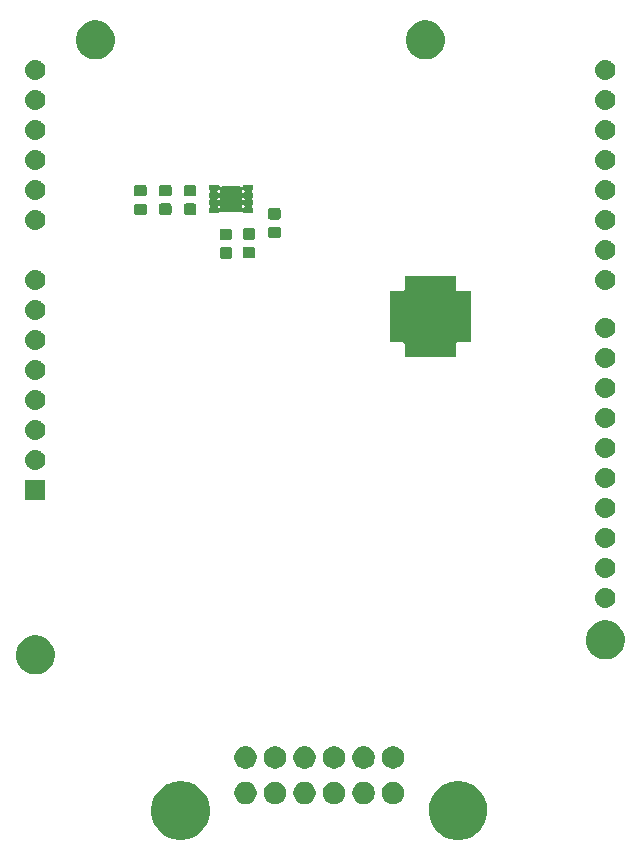
<source format=gbr>
G04 #@! TF.GenerationSoftware,KiCad,Pcbnew,(5.1.2)-2*
G04 #@! TF.CreationDate,2020-03-09T10:51:38+01:00*
G04 #@! TF.ProjectId,Extension_PCB,45787465-6e73-4696-9f6e-5f5043422e6b,rev?*
G04 #@! TF.SameCoordinates,Original*
G04 #@! TF.FileFunction,Soldermask,Top*
G04 #@! TF.FilePolarity,Negative*
%FSLAX46Y46*%
G04 Gerber Fmt 4.6, Leading zero omitted, Abs format (unit mm)*
G04 Created by KiCad (PCBNEW (5.1.2)-2) date 2020-03-09 10:51:38*
%MOMM*%
%LPD*%
G04 APERTURE LIST*
%ADD10C,0.100000*%
G04 APERTURE END LIST*
D10*
G36*
X184983623Y-137549000D02*
G01*
X185275869Y-137607131D01*
X185396830Y-137657235D01*
X185648089Y-137761310D01*
X185728747Y-137794720D01*
X185831332Y-137863265D01*
X186136326Y-138067055D01*
X186482945Y-138413674D01*
X186603212Y-138593667D01*
X186755280Y-138821253D01*
X186942869Y-139274131D01*
X186970781Y-139414454D01*
X187038500Y-139754903D01*
X187038500Y-140245097D01*
X186942869Y-140725868D01*
X186755281Y-141178745D01*
X186482945Y-141586326D01*
X186136326Y-141932945D01*
X185831332Y-142136734D01*
X185728747Y-142205280D01*
X185275869Y-142392869D01*
X185035482Y-142440685D01*
X184795097Y-142488500D01*
X184304903Y-142488500D01*
X184064518Y-142440685D01*
X183824131Y-142392869D01*
X183371253Y-142205280D01*
X183268668Y-142136735D01*
X182963674Y-141932945D01*
X182617055Y-141586326D01*
X182344719Y-141178745D01*
X182157131Y-140725868D01*
X182061500Y-140245097D01*
X182061500Y-139754903D01*
X182129219Y-139414454D01*
X182157131Y-139274131D01*
X182344720Y-138821253D01*
X182496788Y-138593667D01*
X182617055Y-138413674D01*
X182963674Y-138067055D01*
X183268668Y-137863265D01*
X183371253Y-137794720D01*
X183451912Y-137761310D01*
X183703170Y-137657235D01*
X183824131Y-137607131D01*
X184116377Y-137549000D01*
X184304903Y-137511500D01*
X184795097Y-137511500D01*
X184983623Y-137549000D01*
X184983623Y-137549000D01*
G37*
G36*
X161483623Y-137549000D02*
G01*
X161775869Y-137607131D01*
X161896830Y-137657235D01*
X162148089Y-137761310D01*
X162228747Y-137794720D01*
X162331332Y-137863265D01*
X162636326Y-138067055D01*
X162982945Y-138413674D01*
X163103212Y-138593667D01*
X163255280Y-138821253D01*
X163442869Y-139274131D01*
X163470781Y-139414454D01*
X163538500Y-139754903D01*
X163538500Y-140245097D01*
X163442869Y-140725868D01*
X163255281Y-141178745D01*
X162982945Y-141586326D01*
X162636326Y-141932945D01*
X162331332Y-142136734D01*
X162228747Y-142205280D01*
X161775869Y-142392869D01*
X161535482Y-142440685D01*
X161295097Y-142488500D01*
X160804903Y-142488500D01*
X160564518Y-142440685D01*
X160324131Y-142392869D01*
X159871253Y-142205280D01*
X159768668Y-142136735D01*
X159463674Y-141932945D01*
X159117055Y-141586326D01*
X158844719Y-141178745D01*
X158657131Y-140725868D01*
X158561500Y-140245097D01*
X158561500Y-139754903D01*
X158629219Y-139414454D01*
X158657131Y-139274131D01*
X158844720Y-138821253D01*
X158996788Y-138593667D01*
X159117055Y-138413674D01*
X159463674Y-138067055D01*
X159768668Y-137863265D01*
X159871253Y-137794720D01*
X159951912Y-137761310D01*
X160203170Y-137657235D01*
X160324131Y-137607131D01*
X160616377Y-137549000D01*
X160804903Y-137511500D01*
X161295097Y-137511500D01*
X161483623Y-137549000D01*
X161483623Y-137549000D01*
G37*
G36*
X166827395Y-137585546D02*
G01*
X167000466Y-137657234D01*
X167000467Y-137657235D01*
X167156227Y-137761310D01*
X167288690Y-137893773D01*
X167288691Y-137893775D01*
X167392766Y-138049534D01*
X167464454Y-138222605D01*
X167501000Y-138406333D01*
X167501000Y-138593667D01*
X167464454Y-138777395D01*
X167392766Y-138950466D01*
X167392765Y-138950467D01*
X167288690Y-139106227D01*
X167156227Y-139238690D01*
X167103184Y-139274132D01*
X167000466Y-139342766D01*
X166827395Y-139414454D01*
X166643667Y-139451000D01*
X166456333Y-139451000D01*
X166272605Y-139414454D01*
X166099534Y-139342766D01*
X165996816Y-139274132D01*
X165943773Y-139238690D01*
X165811310Y-139106227D01*
X165707235Y-138950467D01*
X165707234Y-138950466D01*
X165635546Y-138777395D01*
X165599000Y-138593667D01*
X165599000Y-138406333D01*
X165635546Y-138222605D01*
X165707234Y-138049534D01*
X165811309Y-137893775D01*
X165811310Y-137893773D01*
X165943773Y-137761310D01*
X166099533Y-137657235D01*
X166099534Y-137657234D01*
X166272605Y-137585546D01*
X166456333Y-137549000D01*
X166643667Y-137549000D01*
X166827395Y-137585546D01*
X166827395Y-137585546D01*
G37*
G36*
X174327395Y-137585546D02*
G01*
X174500466Y-137657234D01*
X174500467Y-137657235D01*
X174656227Y-137761310D01*
X174788690Y-137893773D01*
X174788691Y-137893775D01*
X174892766Y-138049534D01*
X174964454Y-138222605D01*
X175001000Y-138406333D01*
X175001000Y-138593667D01*
X174964454Y-138777395D01*
X174892766Y-138950466D01*
X174892765Y-138950467D01*
X174788690Y-139106227D01*
X174656227Y-139238690D01*
X174603184Y-139274132D01*
X174500466Y-139342766D01*
X174327395Y-139414454D01*
X174143667Y-139451000D01*
X173956333Y-139451000D01*
X173772605Y-139414454D01*
X173599534Y-139342766D01*
X173496816Y-139274132D01*
X173443773Y-139238690D01*
X173311310Y-139106227D01*
X173207235Y-138950467D01*
X173207234Y-138950466D01*
X173135546Y-138777395D01*
X173099000Y-138593667D01*
X173099000Y-138406333D01*
X173135546Y-138222605D01*
X173207234Y-138049534D01*
X173311309Y-137893775D01*
X173311310Y-137893773D01*
X173443773Y-137761310D01*
X173599533Y-137657235D01*
X173599534Y-137657234D01*
X173772605Y-137585546D01*
X173956333Y-137549000D01*
X174143667Y-137549000D01*
X174327395Y-137585546D01*
X174327395Y-137585546D01*
G37*
G36*
X176827395Y-137585546D02*
G01*
X177000466Y-137657234D01*
X177000467Y-137657235D01*
X177156227Y-137761310D01*
X177288690Y-137893773D01*
X177288691Y-137893775D01*
X177392766Y-138049534D01*
X177464454Y-138222605D01*
X177501000Y-138406333D01*
X177501000Y-138593667D01*
X177464454Y-138777395D01*
X177392766Y-138950466D01*
X177392765Y-138950467D01*
X177288690Y-139106227D01*
X177156227Y-139238690D01*
X177103184Y-139274132D01*
X177000466Y-139342766D01*
X176827395Y-139414454D01*
X176643667Y-139451000D01*
X176456333Y-139451000D01*
X176272605Y-139414454D01*
X176099534Y-139342766D01*
X175996816Y-139274132D01*
X175943773Y-139238690D01*
X175811310Y-139106227D01*
X175707235Y-138950467D01*
X175707234Y-138950466D01*
X175635546Y-138777395D01*
X175599000Y-138593667D01*
X175599000Y-138406333D01*
X175635546Y-138222605D01*
X175707234Y-138049534D01*
X175811309Y-137893775D01*
X175811310Y-137893773D01*
X175943773Y-137761310D01*
X176099533Y-137657235D01*
X176099534Y-137657234D01*
X176272605Y-137585546D01*
X176456333Y-137549000D01*
X176643667Y-137549000D01*
X176827395Y-137585546D01*
X176827395Y-137585546D01*
G37*
G36*
X171827395Y-137585546D02*
G01*
X172000466Y-137657234D01*
X172000467Y-137657235D01*
X172156227Y-137761310D01*
X172288690Y-137893773D01*
X172288691Y-137893775D01*
X172392766Y-138049534D01*
X172464454Y-138222605D01*
X172501000Y-138406333D01*
X172501000Y-138593667D01*
X172464454Y-138777395D01*
X172392766Y-138950466D01*
X172392765Y-138950467D01*
X172288690Y-139106227D01*
X172156227Y-139238690D01*
X172103184Y-139274132D01*
X172000466Y-139342766D01*
X171827395Y-139414454D01*
X171643667Y-139451000D01*
X171456333Y-139451000D01*
X171272605Y-139414454D01*
X171099534Y-139342766D01*
X170996816Y-139274132D01*
X170943773Y-139238690D01*
X170811310Y-139106227D01*
X170707235Y-138950467D01*
X170707234Y-138950466D01*
X170635546Y-138777395D01*
X170599000Y-138593667D01*
X170599000Y-138406333D01*
X170635546Y-138222605D01*
X170707234Y-138049534D01*
X170811309Y-137893775D01*
X170811310Y-137893773D01*
X170943773Y-137761310D01*
X171099533Y-137657235D01*
X171099534Y-137657234D01*
X171272605Y-137585546D01*
X171456333Y-137549000D01*
X171643667Y-137549000D01*
X171827395Y-137585546D01*
X171827395Y-137585546D01*
G37*
G36*
X169327395Y-137585546D02*
G01*
X169500466Y-137657234D01*
X169500467Y-137657235D01*
X169656227Y-137761310D01*
X169788690Y-137893773D01*
X169788691Y-137893775D01*
X169892766Y-138049534D01*
X169964454Y-138222605D01*
X170001000Y-138406333D01*
X170001000Y-138593667D01*
X169964454Y-138777395D01*
X169892766Y-138950466D01*
X169892765Y-138950467D01*
X169788690Y-139106227D01*
X169656227Y-139238690D01*
X169603184Y-139274132D01*
X169500466Y-139342766D01*
X169327395Y-139414454D01*
X169143667Y-139451000D01*
X168956333Y-139451000D01*
X168772605Y-139414454D01*
X168599534Y-139342766D01*
X168496816Y-139274132D01*
X168443773Y-139238690D01*
X168311310Y-139106227D01*
X168207235Y-138950467D01*
X168207234Y-138950466D01*
X168135546Y-138777395D01*
X168099000Y-138593667D01*
X168099000Y-138406333D01*
X168135546Y-138222605D01*
X168207234Y-138049534D01*
X168311309Y-137893775D01*
X168311310Y-137893773D01*
X168443773Y-137761310D01*
X168599533Y-137657235D01*
X168599534Y-137657234D01*
X168772605Y-137585546D01*
X168956333Y-137549000D01*
X169143667Y-137549000D01*
X169327395Y-137585546D01*
X169327395Y-137585546D01*
G37*
G36*
X179327395Y-137585546D02*
G01*
X179500466Y-137657234D01*
X179500467Y-137657235D01*
X179656227Y-137761310D01*
X179788690Y-137893773D01*
X179788691Y-137893775D01*
X179892766Y-138049534D01*
X179964454Y-138222605D01*
X180001000Y-138406333D01*
X180001000Y-138593667D01*
X179964454Y-138777395D01*
X179892766Y-138950466D01*
X179892765Y-138950467D01*
X179788690Y-139106227D01*
X179656227Y-139238690D01*
X179603184Y-139274132D01*
X179500466Y-139342766D01*
X179327395Y-139414454D01*
X179143667Y-139451000D01*
X178956333Y-139451000D01*
X178772605Y-139414454D01*
X178599534Y-139342766D01*
X178496816Y-139274132D01*
X178443773Y-139238690D01*
X178311310Y-139106227D01*
X178207235Y-138950467D01*
X178207234Y-138950466D01*
X178135546Y-138777395D01*
X178099000Y-138593667D01*
X178099000Y-138406333D01*
X178135546Y-138222605D01*
X178207234Y-138049534D01*
X178311309Y-137893775D01*
X178311310Y-137893773D01*
X178443773Y-137761310D01*
X178599533Y-137657235D01*
X178599534Y-137657234D01*
X178772605Y-137585546D01*
X178956333Y-137549000D01*
X179143667Y-137549000D01*
X179327395Y-137585546D01*
X179327395Y-137585546D01*
G37*
G36*
X166827395Y-134585546D02*
G01*
X167000466Y-134657234D01*
X167000467Y-134657235D01*
X167156227Y-134761310D01*
X167288690Y-134893773D01*
X167288691Y-134893775D01*
X167392766Y-135049534D01*
X167464454Y-135222605D01*
X167501000Y-135406333D01*
X167501000Y-135593667D01*
X167464454Y-135777395D01*
X167392766Y-135950466D01*
X167392765Y-135950467D01*
X167288690Y-136106227D01*
X167156227Y-136238690D01*
X167077818Y-136291081D01*
X167000466Y-136342766D01*
X166827395Y-136414454D01*
X166643667Y-136451000D01*
X166456333Y-136451000D01*
X166272605Y-136414454D01*
X166099534Y-136342766D01*
X166022182Y-136291081D01*
X165943773Y-136238690D01*
X165811310Y-136106227D01*
X165707235Y-135950467D01*
X165707234Y-135950466D01*
X165635546Y-135777395D01*
X165599000Y-135593667D01*
X165599000Y-135406333D01*
X165635546Y-135222605D01*
X165707234Y-135049534D01*
X165811309Y-134893775D01*
X165811310Y-134893773D01*
X165943773Y-134761310D01*
X166099533Y-134657235D01*
X166099534Y-134657234D01*
X166272605Y-134585546D01*
X166456333Y-134549000D01*
X166643667Y-134549000D01*
X166827395Y-134585546D01*
X166827395Y-134585546D01*
G37*
G36*
X169327395Y-134585546D02*
G01*
X169500466Y-134657234D01*
X169500467Y-134657235D01*
X169656227Y-134761310D01*
X169788690Y-134893773D01*
X169788691Y-134893775D01*
X169892766Y-135049534D01*
X169964454Y-135222605D01*
X170001000Y-135406333D01*
X170001000Y-135593667D01*
X169964454Y-135777395D01*
X169892766Y-135950466D01*
X169892765Y-135950467D01*
X169788690Y-136106227D01*
X169656227Y-136238690D01*
X169577818Y-136291081D01*
X169500466Y-136342766D01*
X169327395Y-136414454D01*
X169143667Y-136451000D01*
X168956333Y-136451000D01*
X168772605Y-136414454D01*
X168599534Y-136342766D01*
X168522182Y-136291081D01*
X168443773Y-136238690D01*
X168311310Y-136106227D01*
X168207235Y-135950467D01*
X168207234Y-135950466D01*
X168135546Y-135777395D01*
X168099000Y-135593667D01*
X168099000Y-135406333D01*
X168135546Y-135222605D01*
X168207234Y-135049534D01*
X168311309Y-134893775D01*
X168311310Y-134893773D01*
X168443773Y-134761310D01*
X168599533Y-134657235D01*
X168599534Y-134657234D01*
X168772605Y-134585546D01*
X168956333Y-134549000D01*
X169143667Y-134549000D01*
X169327395Y-134585546D01*
X169327395Y-134585546D01*
G37*
G36*
X171827395Y-134585546D02*
G01*
X172000466Y-134657234D01*
X172000467Y-134657235D01*
X172156227Y-134761310D01*
X172288690Y-134893773D01*
X172288691Y-134893775D01*
X172392766Y-135049534D01*
X172464454Y-135222605D01*
X172501000Y-135406333D01*
X172501000Y-135593667D01*
X172464454Y-135777395D01*
X172392766Y-135950466D01*
X172392765Y-135950467D01*
X172288690Y-136106227D01*
X172156227Y-136238690D01*
X172077818Y-136291081D01*
X172000466Y-136342766D01*
X171827395Y-136414454D01*
X171643667Y-136451000D01*
X171456333Y-136451000D01*
X171272605Y-136414454D01*
X171099534Y-136342766D01*
X171022182Y-136291081D01*
X170943773Y-136238690D01*
X170811310Y-136106227D01*
X170707235Y-135950467D01*
X170707234Y-135950466D01*
X170635546Y-135777395D01*
X170599000Y-135593667D01*
X170599000Y-135406333D01*
X170635546Y-135222605D01*
X170707234Y-135049534D01*
X170811309Y-134893775D01*
X170811310Y-134893773D01*
X170943773Y-134761310D01*
X171099533Y-134657235D01*
X171099534Y-134657234D01*
X171272605Y-134585546D01*
X171456333Y-134549000D01*
X171643667Y-134549000D01*
X171827395Y-134585546D01*
X171827395Y-134585546D01*
G37*
G36*
X174327395Y-134585546D02*
G01*
X174500466Y-134657234D01*
X174500467Y-134657235D01*
X174656227Y-134761310D01*
X174788690Y-134893773D01*
X174788691Y-134893775D01*
X174892766Y-135049534D01*
X174964454Y-135222605D01*
X175001000Y-135406333D01*
X175001000Y-135593667D01*
X174964454Y-135777395D01*
X174892766Y-135950466D01*
X174892765Y-135950467D01*
X174788690Y-136106227D01*
X174656227Y-136238690D01*
X174577818Y-136291081D01*
X174500466Y-136342766D01*
X174327395Y-136414454D01*
X174143667Y-136451000D01*
X173956333Y-136451000D01*
X173772605Y-136414454D01*
X173599534Y-136342766D01*
X173522182Y-136291081D01*
X173443773Y-136238690D01*
X173311310Y-136106227D01*
X173207235Y-135950467D01*
X173207234Y-135950466D01*
X173135546Y-135777395D01*
X173099000Y-135593667D01*
X173099000Y-135406333D01*
X173135546Y-135222605D01*
X173207234Y-135049534D01*
X173311309Y-134893775D01*
X173311310Y-134893773D01*
X173443773Y-134761310D01*
X173599533Y-134657235D01*
X173599534Y-134657234D01*
X173772605Y-134585546D01*
X173956333Y-134549000D01*
X174143667Y-134549000D01*
X174327395Y-134585546D01*
X174327395Y-134585546D01*
G37*
G36*
X176827395Y-134585546D02*
G01*
X177000466Y-134657234D01*
X177000467Y-134657235D01*
X177156227Y-134761310D01*
X177288690Y-134893773D01*
X177288691Y-134893775D01*
X177392766Y-135049534D01*
X177464454Y-135222605D01*
X177501000Y-135406333D01*
X177501000Y-135593667D01*
X177464454Y-135777395D01*
X177392766Y-135950466D01*
X177392765Y-135950467D01*
X177288690Y-136106227D01*
X177156227Y-136238690D01*
X177077818Y-136291081D01*
X177000466Y-136342766D01*
X176827395Y-136414454D01*
X176643667Y-136451000D01*
X176456333Y-136451000D01*
X176272605Y-136414454D01*
X176099534Y-136342766D01*
X176022182Y-136291081D01*
X175943773Y-136238690D01*
X175811310Y-136106227D01*
X175707235Y-135950467D01*
X175707234Y-135950466D01*
X175635546Y-135777395D01*
X175599000Y-135593667D01*
X175599000Y-135406333D01*
X175635546Y-135222605D01*
X175707234Y-135049534D01*
X175811309Y-134893775D01*
X175811310Y-134893773D01*
X175943773Y-134761310D01*
X176099533Y-134657235D01*
X176099534Y-134657234D01*
X176272605Y-134585546D01*
X176456333Y-134549000D01*
X176643667Y-134549000D01*
X176827395Y-134585546D01*
X176827395Y-134585546D01*
G37*
G36*
X179327395Y-134585546D02*
G01*
X179500466Y-134657234D01*
X179500467Y-134657235D01*
X179656227Y-134761310D01*
X179788690Y-134893773D01*
X179788691Y-134893775D01*
X179892766Y-135049534D01*
X179964454Y-135222605D01*
X180001000Y-135406333D01*
X180001000Y-135593667D01*
X179964454Y-135777395D01*
X179892766Y-135950466D01*
X179892765Y-135950467D01*
X179788690Y-136106227D01*
X179656227Y-136238690D01*
X179577818Y-136291081D01*
X179500466Y-136342766D01*
X179327395Y-136414454D01*
X179143667Y-136451000D01*
X178956333Y-136451000D01*
X178772605Y-136414454D01*
X178599534Y-136342766D01*
X178522182Y-136291081D01*
X178443773Y-136238690D01*
X178311310Y-136106227D01*
X178207235Y-135950467D01*
X178207234Y-135950466D01*
X178135546Y-135777395D01*
X178099000Y-135593667D01*
X178099000Y-135406333D01*
X178135546Y-135222605D01*
X178207234Y-135049534D01*
X178311309Y-134893775D01*
X178311310Y-134893773D01*
X178443773Y-134761310D01*
X178599533Y-134657235D01*
X178599534Y-134657234D01*
X178772605Y-134585546D01*
X178956333Y-134549000D01*
X179143667Y-134549000D01*
X179327395Y-134585546D01*
X179327395Y-134585546D01*
G37*
G36*
X149135436Y-125221118D02*
G01*
X149241759Y-125242267D01*
X149542222Y-125366723D01*
X149812631Y-125547405D01*
X150042595Y-125777369D01*
X150223277Y-126047778D01*
X150345091Y-126341862D01*
X150347733Y-126348242D01*
X150411180Y-126667209D01*
X150411180Y-126992431D01*
X150380360Y-127147373D01*
X150347733Y-127311399D01*
X150223277Y-127611862D01*
X150042595Y-127882271D01*
X149812631Y-128112235D01*
X149542222Y-128292917D01*
X149241759Y-128417373D01*
X149135436Y-128438522D01*
X148922791Y-128480820D01*
X148597569Y-128480820D01*
X148384924Y-128438522D01*
X148278601Y-128417373D01*
X147978138Y-128292917D01*
X147707729Y-128112235D01*
X147477765Y-127882271D01*
X147297083Y-127611862D01*
X147172627Y-127311399D01*
X147140000Y-127147373D01*
X147109180Y-126992431D01*
X147109180Y-126667209D01*
X147172627Y-126348242D01*
X147175270Y-126341862D01*
X147297083Y-126047778D01*
X147477765Y-125777369D01*
X147707729Y-125547405D01*
X147978138Y-125366723D01*
X148278601Y-125242267D01*
X148384924Y-125221118D01*
X148597569Y-125178820D01*
X148922791Y-125178820D01*
X149135436Y-125221118D01*
X149135436Y-125221118D01*
G37*
G36*
X197395436Y-123951118D02*
G01*
X197501759Y-123972267D01*
X197802222Y-124096723D01*
X198072631Y-124277405D01*
X198302595Y-124507369D01*
X198302596Y-124507371D01*
X198483278Y-124777780D01*
X198607733Y-125078242D01*
X198671180Y-125397209D01*
X198671180Y-125722431D01*
X198628882Y-125935076D01*
X198607733Y-126041399D01*
X198483277Y-126341862D01*
X198302595Y-126612271D01*
X198072631Y-126842235D01*
X197802222Y-127022917D01*
X197501759Y-127147373D01*
X197395436Y-127168522D01*
X197182791Y-127210820D01*
X196857569Y-127210820D01*
X196644924Y-127168522D01*
X196538601Y-127147373D01*
X196238138Y-127022917D01*
X195967729Y-126842235D01*
X195737765Y-126612271D01*
X195557083Y-126341862D01*
X195432627Y-126041399D01*
X195411478Y-125935076D01*
X195369180Y-125722431D01*
X195369180Y-125397209D01*
X195432627Y-125078242D01*
X195557082Y-124777780D01*
X195737764Y-124507371D01*
X195737765Y-124507369D01*
X195967729Y-124277405D01*
X196238138Y-124096723D01*
X196538601Y-123972267D01*
X196644924Y-123951118D01*
X196857569Y-123908820D01*
X197182791Y-123908820D01*
X197395436Y-123951118D01*
X197395436Y-123951118D01*
G37*
G36*
X197187003Y-121161133D02*
G01*
X197347422Y-121209796D01*
X197480086Y-121280706D01*
X197495258Y-121288816D01*
X197624839Y-121395161D01*
X197731184Y-121524742D01*
X197731185Y-121524744D01*
X197810204Y-121672578D01*
X197858867Y-121832997D01*
X197875297Y-121999820D01*
X197858867Y-122166643D01*
X197810204Y-122327062D01*
X197739294Y-122459726D01*
X197731184Y-122474898D01*
X197624839Y-122604479D01*
X197495258Y-122710824D01*
X197495256Y-122710825D01*
X197347422Y-122789844D01*
X197187003Y-122838507D01*
X197061984Y-122850820D01*
X196978376Y-122850820D01*
X196853357Y-122838507D01*
X196692938Y-122789844D01*
X196545104Y-122710825D01*
X196545102Y-122710824D01*
X196415521Y-122604479D01*
X196309176Y-122474898D01*
X196301066Y-122459726D01*
X196230156Y-122327062D01*
X196181493Y-122166643D01*
X196165063Y-121999820D01*
X196181493Y-121832997D01*
X196230156Y-121672578D01*
X196309175Y-121524744D01*
X196309176Y-121524742D01*
X196415521Y-121395161D01*
X196545102Y-121288816D01*
X196560274Y-121280706D01*
X196692938Y-121209796D01*
X196853357Y-121161133D01*
X196978376Y-121148820D01*
X197061984Y-121148820D01*
X197187003Y-121161133D01*
X197187003Y-121161133D01*
G37*
G36*
X197187003Y-118621133D02*
G01*
X197347422Y-118669796D01*
X197480086Y-118740706D01*
X197495258Y-118748816D01*
X197624839Y-118855161D01*
X197731184Y-118984742D01*
X197731185Y-118984744D01*
X197810204Y-119132578D01*
X197858867Y-119292997D01*
X197875297Y-119459820D01*
X197858867Y-119626643D01*
X197810204Y-119787062D01*
X197739294Y-119919726D01*
X197731184Y-119934898D01*
X197624839Y-120064479D01*
X197495258Y-120170824D01*
X197495256Y-120170825D01*
X197347422Y-120249844D01*
X197187003Y-120298507D01*
X197061984Y-120310820D01*
X196978376Y-120310820D01*
X196853357Y-120298507D01*
X196692938Y-120249844D01*
X196545104Y-120170825D01*
X196545102Y-120170824D01*
X196415521Y-120064479D01*
X196309176Y-119934898D01*
X196301066Y-119919726D01*
X196230156Y-119787062D01*
X196181493Y-119626643D01*
X196165063Y-119459820D01*
X196181493Y-119292997D01*
X196230156Y-119132578D01*
X196309175Y-118984744D01*
X196309176Y-118984742D01*
X196415521Y-118855161D01*
X196545102Y-118748816D01*
X196560274Y-118740706D01*
X196692938Y-118669796D01*
X196853357Y-118621133D01*
X196978376Y-118608820D01*
X197061984Y-118608820D01*
X197187003Y-118621133D01*
X197187003Y-118621133D01*
G37*
G36*
X197187003Y-116081133D02*
G01*
X197347422Y-116129796D01*
X197480086Y-116200706D01*
X197495258Y-116208816D01*
X197624839Y-116315161D01*
X197731184Y-116444742D01*
X197731185Y-116444744D01*
X197810204Y-116592578D01*
X197858867Y-116752997D01*
X197875297Y-116919820D01*
X197858867Y-117086643D01*
X197810204Y-117247062D01*
X197739294Y-117379726D01*
X197731184Y-117394898D01*
X197624839Y-117524479D01*
X197495258Y-117630824D01*
X197495256Y-117630825D01*
X197347422Y-117709844D01*
X197187003Y-117758507D01*
X197061984Y-117770820D01*
X196978376Y-117770820D01*
X196853357Y-117758507D01*
X196692938Y-117709844D01*
X196545104Y-117630825D01*
X196545102Y-117630824D01*
X196415521Y-117524479D01*
X196309176Y-117394898D01*
X196301066Y-117379726D01*
X196230156Y-117247062D01*
X196181493Y-117086643D01*
X196165063Y-116919820D01*
X196181493Y-116752997D01*
X196230156Y-116592578D01*
X196309175Y-116444744D01*
X196309176Y-116444742D01*
X196415521Y-116315161D01*
X196545102Y-116208816D01*
X196560274Y-116200706D01*
X196692938Y-116129796D01*
X196853357Y-116081133D01*
X196978376Y-116068820D01*
X197061984Y-116068820D01*
X197187003Y-116081133D01*
X197187003Y-116081133D01*
G37*
G36*
X197187003Y-113541133D02*
G01*
X197347422Y-113589796D01*
X197480086Y-113660706D01*
X197495258Y-113668816D01*
X197624839Y-113775161D01*
X197731184Y-113904742D01*
X197731185Y-113904744D01*
X197810204Y-114052578D01*
X197858867Y-114212997D01*
X197875297Y-114379820D01*
X197858867Y-114546643D01*
X197810204Y-114707062D01*
X197739294Y-114839726D01*
X197731184Y-114854898D01*
X197624839Y-114984479D01*
X197495258Y-115090824D01*
X197495256Y-115090825D01*
X197347422Y-115169844D01*
X197187003Y-115218507D01*
X197061984Y-115230820D01*
X196978376Y-115230820D01*
X196853357Y-115218507D01*
X196692938Y-115169844D01*
X196545104Y-115090825D01*
X196545102Y-115090824D01*
X196415521Y-114984479D01*
X196309176Y-114854898D01*
X196301066Y-114839726D01*
X196230156Y-114707062D01*
X196181493Y-114546643D01*
X196165063Y-114379820D01*
X196181493Y-114212997D01*
X196230156Y-114052578D01*
X196309175Y-113904744D01*
X196309176Y-113904742D01*
X196415521Y-113775161D01*
X196545102Y-113668816D01*
X196560274Y-113660706D01*
X196692938Y-113589796D01*
X196853357Y-113541133D01*
X196978376Y-113528820D01*
X197061984Y-113528820D01*
X197187003Y-113541133D01*
X197187003Y-113541133D01*
G37*
G36*
X149611180Y-113710820D02*
G01*
X147909180Y-113710820D01*
X147909180Y-112008820D01*
X149611180Y-112008820D01*
X149611180Y-113710820D01*
X149611180Y-113710820D01*
G37*
G36*
X197187003Y-111001133D02*
G01*
X197347422Y-111049796D01*
X197480086Y-111120706D01*
X197495258Y-111128816D01*
X197624839Y-111235161D01*
X197731184Y-111364742D01*
X197731185Y-111364744D01*
X197810204Y-111512578D01*
X197858867Y-111672997D01*
X197875297Y-111839820D01*
X197858867Y-112006643D01*
X197810204Y-112167062D01*
X197739294Y-112299726D01*
X197731184Y-112314898D01*
X197624839Y-112444479D01*
X197495258Y-112550824D01*
X197495256Y-112550825D01*
X197347422Y-112629844D01*
X197187003Y-112678507D01*
X197061984Y-112690820D01*
X196978376Y-112690820D01*
X196853357Y-112678507D01*
X196692938Y-112629844D01*
X196545104Y-112550825D01*
X196545102Y-112550824D01*
X196415521Y-112444479D01*
X196309176Y-112314898D01*
X196301066Y-112299726D01*
X196230156Y-112167062D01*
X196181493Y-112006643D01*
X196165063Y-111839820D01*
X196181493Y-111672997D01*
X196230156Y-111512578D01*
X196309175Y-111364744D01*
X196309176Y-111364742D01*
X196415521Y-111235161D01*
X196545102Y-111128816D01*
X196560274Y-111120706D01*
X196692938Y-111049796D01*
X196853357Y-111001133D01*
X196978376Y-110988820D01*
X197061984Y-110988820D01*
X197187003Y-111001133D01*
X197187003Y-111001133D01*
G37*
G36*
X148927003Y-109481133D02*
G01*
X149087422Y-109529796D01*
X149220086Y-109600706D01*
X149235258Y-109608816D01*
X149364839Y-109715161D01*
X149471184Y-109844742D01*
X149471185Y-109844744D01*
X149550204Y-109992578D01*
X149598867Y-110152997D01*
X149615297Y-110319820D01*
X149598867Y-110486643D01*
X149550204Y-110647062D01*
X149479294Y-110779726D01*
X149471184Y-110794898D01*
X149364839Y-110924479D01*
X149235258Y-111030824D01*
X149235256Y-111030825D01*
X149087422Y-111109844D01*
X148927003Y-111158507D01*
X148801984Y-111170820D01*
X148718376Y-111170820D01*
X148593357Y-111158507D01*
X148432938Y-111109844D01*
X148285104Y-111030825D01*
X148285102Y-111030824D01*
X148155521Y-110924479D01*
X148049176Y-110794898D01*
X148041066Y-110779726D01*
X147970156Y-110647062D01*
X147921493Y-110486643D01*
X147905063Y-110319820D01*
X147921493Y-110152997D01*
X147970156Y-109992578D01*
X148049175Y-109844744D01*
X148049176Y-109844742D01*
X148155521Y-109715161D01*
X148285102Y-109608816D01*
X148300274Y-109600706D01*
X148432938Y-109529796D01*
X148593357Y-109481133D01*
X148718376Y-109468820D01*
X148801984Y-109468820D01*
X148927003Y-109481133D01*
X148927003Y-109481133D01*
G37*
G36*
X197187003Y-108461133D02*
G01*
X197347422Y-108509796D01*
X197480086Y-108580706D01*
X197495258Y-108588816D01*
X197624839Y-108695161D01*
X197731184Y-108824742D01*
X197731185Y-108824744D01*
X197810204Y-108972578D01*
X197858867Y-109132997D01*
X197875297Y-109299820D01*
X197858867Y-109466643D01*
X197810204Y-109627062D01*
X197763114Y-109715161D01*
X197731184Y-109774898D01*
X197624839Y-109904479D01*
X197495258Y-110010824D01*
X197495256Y-110010825D01*
X197347422Y-110089844D01*
X197187003Y-110138507D01*
X197061984Y-110150820D01*
X196978376Y-110150820D01*
X196853357Y-110138507D01*
X196692938Y-110089844D01*
X196545104Y-110010825D01*
X196545102Y-110010824D01*
X196415521Y-109904479D01*
X196309176Y-109774898D01*
X196277246Y-109715161D01*
X196230156Y-109627062D01*
X196181493Y-109466643D01*
X196165063Y-109299820D01*
X196181493Y-109132997D01*
X196230156Y-108972578D01*
X196309175Y-108824744D01*
X196309176Y-108824742D01*
X196415521Y-108695161D01*
X196545102Y-108588816D01*
X196560274Y-108580706D01*
X196692938Y-108509796D01*
X196853357Y-108461133D01*
X196978376Y-108448820D01*
X197061984Y-108448820D01*
X197187003Y-108461133D01*
X197187003Y-108461133D01*
G37*
G36*
X148927003Y-106941133D02*
G01*
X149087422Y-106989796D01*
X149220086Y-107060706D01*
X149235258Y-107068816D01*
X149364839Y-107175161D01*
X149471184Y-107304742D01*
X149471185Y-107304744D01*
X149550204Y-107452578D01*
X149598867Y-107612997D01*
X149615297Y-107779820D01*
X149598867Y-107946643D01*
X149550204Y-108107062D01*
X149479294Y-108239726D01*
X149471184Y-108254898D01*
X149364839Y-108384479D01*
X149235258Y-108490824D01*
X149235256Y-108490825D01*
X149087422Y-108569844D01*
X148927003Y-108618507D01*
X148801984Y-108630820D01*
X148718376Y-108630820D01*
X148593357Y-108618507D01*
X148432938Y-108569844D01*
X148285104Y-108490825D01*
X148285102Y-108490824D01*
X148155521Y-108384479D01*
X148049176Y-108254898D01*
X148041066Y-108239726D01*
X147970156Y-108107062D01*
X147921493Y-107946643D01*
X147905063Y-107779820D01*
X147921493Y-107612997D01*
X147970156Y-107452578D01*
X148049175Y-107304744D01*
X148049176Y-107304742D01*
X148155521Y-107175161D01*
X148285102Y-107068816D01*
X148300274Y-107060706D01*
X148432938Y-106989796D01*
X148593357Y-106941133D01*
X148718376Y-106928820D01*
X148801984Y-106928820D01*
X148927003Y-106941133D01*
X148927003Y-106941133D01*
G37*
G36*
X197187003Y-105921133D02*
G01*
X197347422Y-105969796D01*
X197480086Y-106040706D01*
X197495258Y-106048816D01*
X197624839Y-106155161D01*
X197731184Y-106284742D01*
X197731185Y-106284744D01*
X197810204Y-106432578D01*
X197858867Y-106592997D01*
X197875297Y-106759820D01*
X197858867Y-106926643D01*
X197810204Y-107087062D01*
X197763114Y-107175161D01*
X197731184Y-107234898D01*
X197624839Y-107364479D01*
X197495258Y-107470824D01*
X197495256Y-107470825D01*
X197347422Y-107549844D01*
X197187003Y-107598507D01*
X197061984Y-107610820D01*
X196978376Y-107610820D01*
X196853357Y-107598507D01*
X196692938Y-107549844D01*
X196545104Y-107470825D01*
X196545102Y-107470824D01*
X196415521Y-107364479D01*
X196309176Y-107234898D01*
X196277246Y-107175161D01*
X196230156Y-107087062D01*
X196181493Y-106926643D01*
X196165063Y-106759820D01*
X196181493Y-106592997D01*
X196230156Y-106432578D01*
X196309175Y-106284744D01*
X196309176Y-106284742D01*
X196415521Y-106155161D01*
X196545102Y-106048816D01*
X196560274Y-106040706D01*
X196692938Y-105969796D01*
X196853357Y-105921133D01*
X196978376Y-105908820D01*
X197061984Y-105908820D01*
X197187003Y-105921133D01*
X197187003Y-105921133D01*
G37*
G36*
X148927003Y-104401133D02*
G01*
X149087422Y-104449796D01*
X149220086Y-104520706D01*
X149235258Y-104528816D01*
X149364839Y-104635161D01*
X149471184Y-104764742D01*
X149471185Y-104764744D01*
X149550204Y-104912578D01*
X149598867Y-105072997D01*
X149615297Y-105239820D01*
X149598867Y-105406643D01*
X149550204Y-105567062D01*
X149479294Y-105699726D01*
X149471184Y-105714898D01*
X149364839Y-105844479D01*
X149235258Y-105950824D01*
X149235256Y-105950825D01*
X149087422Y-106029844D01*
X148927003Y-106078507D01*
X148801984Y-106090820D01*
X148718376Y-106090820D01*
X148593357Y-106078507D01*
X148432938Y-106029844D01*
X148285104Y-105950825D01*
X148285102Y-105950824D01*
X148155521Y-105844479D01*
X148049176Y-105714898D01*
X148041066Y-105699726D01*
X147970156Y-105567062D01*
X147921493Y-105406643D01*
X147905063Y-105239820D01*
X147921493Y-105072997D01*
X147970156Y-104912578D01*
X148049175Y-104764744D01*
X148049176Y-104764742D01*
X148155521Y-104635161D01*
X148285102Y-104528816D01*
X148300274Y-104520706D01*
X148432938Y-104449796D01*
X148593357Y-104401133D01*
X148718376Y-104388820D01*
X148801984Y-104388820D01*
X148927003Y-104401133D01*
X148927003Y-104401133D01*
G37*
G36*
X197187003Y-103381133D02*
G01*
X197347422Y-103429796D01*
X197480086Y-103500706D01*
X197495258Y-103508816D01*
X197624839Y-103615161D01*
X197731184Y-103744742D01*
X197731185Y-103744744D01*
X197810204Y-103892578D01*
X197858867Y-104052997D01*
X197875297Y-104219820D01*
X197858867Y-104386643D01*
X197810204Y-104547062D01*
X197763114Y-104635161D01*
X197731184Y-104694898D01*
X197624839Y-104824479D01*
X197495258Y-104930824D01*
X197495256Y-104930825D01*
X197347422Y-105009844D01*
X197187003Y-105058507D01*
X197061984Y-105070820D01*
X196978376Y-105070820D01*
X196853357Y-105058507D01*
X196692938Y-105009844D01*
X196545104Y-104930825D01*
X196545102Y-104930824D01*
X196415521Y-104824479D01*
X196309176Y-104694898D01*
X196277246Y-104635161D01*
X196230156Y-104547062D01*
X196181493Y-104386643D01*
X196165063Y-104219820D01*
X196181493Y-104052997D01*
X196230156Y-103892578D01*
X196309175Y-103744744D01*
X196309176Y-103744742D01*
X196415521Y-103615161D01*
X196545102Y-103508816D01*
X196560274Y-103500706D01*
X196692938Y-103429796D01*
X196853357Y-103381133D01*
X196978376Y-103368820D01*
X197061984Y-103368820D01*
X197187003Y-103381133D01*
X197187003Y-103381133D01*
G37*
G36*
X148927003Y-101861133D02*
G01*
X149087422Y-101909796D01*
X149220086Y-101980706D01*
X149235258Y-101988816D01*
X149364839Y-102095161D01*
X149471184Y-102224742D01*
X149471185Y-102224744D01*
X149550204Y-102372578D01*
X149598867Y-102532997D01*
X149615297Y-102699820D01*
X149598867Y-102866643D01*
X149550204Y-103027062D01*
X149479294Y-103159726D01*
X149471184Y-103174898D01*
X149364839Y-103304479D01*
X149235258Y-103410824D01*
X149235256Y-103410825D01*
X149087422Y-103489844D01*
X148927003Y-103538507D01*
X148801984Y-103550820D01*
X148718376Y-103550820D01*
X148593357Y-103538507D01*
X148432938Y-103489844D01*
X148285104Y-103410825D01*
X148285102Y-103410824D01*
X148155521Y-103304479D01*
X148049176Y-103174898D01*
X148041066Y-103159726D01*
X147970156Y-103027062D01*
X147921493Y-102866643D01*
X147905063Y-102699820D01*
X147921493Y-102532997D01*
X147970156Y-102372578D01*
X148049175Y-102224744D01*
X148049176Y-102224742D01*
X148155521Y-102095161D01*
X148285102Y-101988816D01*
X148300274Y-101980706D01*
X148432938Y-101909796D01*
X148593357Y-101861133D01*
X148718376Y-101848820D01*
X148801984Y-101848820D01*
X148927003Y-101861133D01*
X148927003Y-101861133D01*
G37*
G36*
X197187003Y-100841133D02*
G01*
X197347422Y-100889796D01*
X197480086Y-100960706D01*
X197495258Y-100968816D01*
X197624839Y-101075161D01*
X197731184Y-101204742D01*
X197731185Y-101204744D01*
X197810204Y-101352578D01*
X197858867Y-101512997D01*
X197875297Y-101679820D01*
X197858867Y-101846643D01*
X197810204Y-102007062D01*
X197763114Y-102095161D01*
X197731184Y-102154898D01*
X197624839Y-102284479D01*
X197495258Y-102390824D01*
X197495256Y-102390825D01*
X197347422Y-102469844D01*
X197187003Y-102518507D01*
X197061984Y-102530820D01*
X196978376Y-102530820D01*
X196853357Y-102518507D01*
X196692938Y-102469844D01*
X196545104Y-102390825D01*
X196545102Y-102390824D01*
X196415521Y-102284479D01*
X196309176Y-102154898D01*
X196277246Y-102095161D01*
X196230156Y-102007062D01*
X196181493Y-101846643D01*
X196165063Y-101679820D01*
X196181493Y-101512997D01*
X196230156Y-101352578D01*
X196309175Y-101204744D01*
X196309176Y-101204742D01*
X196415521Y-101075161D01*
X196545102Y-100968816D01*
X196560274Y-100960706D01*
X196692938Y-100889796D01*
X196853357Y-100841133D01*
X196978376Y-100828820D01*
X197061984Y-100828820D01*
X197187003Y-100841133D01*
X197187003Y-100841133D01*
G37*
G36*
X184376000Y-95899001D02*
G01*
X184378402Y-95923387D01*
X184385515Y-95946836D01*
X184397066Y-95968447D01*
X184412611Y-95987389D01*
X184431553Y-96002934D01*
X184453164Y-96014485D01*
X184476613Y-96021598D01*
X184500999Y-96024000D01*
X185626000Y-96024000D01*
X185626000Y-100376000D01*
X184500999Y-100376000D01*
X184476613Y-100378402D01*
X184453164Y-100385515D01*
X184431553Y-100397066D01*
X184412611Y-100412611D01*
X184397066Y-100431553D01*
X184385515Y-100453164D01*
X184378402Y-100476613D01*
X184376000Y-100500999D01*
X184376000Y-101626000D01*
X180024000Y-101626000D01*
X180024000Y-100500999D01*
X180021598Y-100476613D01*
X180014485Y-100453164D01*
X180002934Y-100431553D01*
X179987389Y-100412611D01*
X179968447Y-100397066D01*
X179946836Y-100385515D01*
X179923387Y-100378402D01*
X179899001Y-100376000D01*
X178774000Y-100376000D01*
X178774000Y-96024000D01*
X179899001Y-96024000D01*
X179923387Y-96021598D01*
X179946836Y-96014485D01*
X179968447Y-96002934D01*
X179987389Y-95987389D01*
X180002934Y-95968447D01*
X180014485Y-95946836D01*
X180021598Y-95923387D01*
X180024000Y-95899001D01*
X180024000Y-94774000D01*
X184376000Y-94774000D01*
X184376000Y-95899001D01*
X184376000Y-95899001D01*
G37*
G36*
X148927003Y-99321133D02*
G01*
X149087422Y-99369796D01*
X149220086Y-99440706D01*
X149235258Y-99448816D01*
X149364839Y-99555161D01*
X149471184Y-99684742D01*
X149471185Y-99684744D01*
X149550204Y-99832578D01*
X149598867Y-99992997D01*
X149615297Y-100159820D01*
X149598867Y-100326643D01*
X149550204Y-100487062D01*
X149479294Y-100619726D01*
X149471184Y-100634898D01*
X149364839Y-100764479D01*
X149235258Y-100870824D01*
X149235256Y-100870825D01*
X149087422Y-100949844D01*
X148927003Y-100998507D01*
X148801984Y-101010820D01*
X148718376Y-101010820D01*
X148593357Y-100998507D01*
X148432938Y-100949844D01*
X148285104Y-100870825D01*
X148285102Y-100870824D01*
X148155521Y-100764479D01*
X148049176Y-100634898D01*
X148041066Y-100619726D01*
X147970156Y-100487062D01*
X147921493Y-100326643D01*
X147905063Y-100159820D01*
X147921493Y-99992997D01*
X147970156Y-99832578D01*
X148049175Y-99684744D01*
X148049176Y-99684742D01*
X148155521Y-99555161D01*
X148285102Y-99448816D01*
X148300274Y-99440706D01*
X148432938Y-99369796D01*
X148593357Y-99321133D01*
X148718376Y-99308820D01*
X148801984Y-99308820D01*
X148927003Y-99321133D01*
X148927003Y-99321133D01*
G37*
G36*
X197187003Y-98301133D02*
G01*
X197347422Y-98349796D01*
X197480086Y-98420706D01*
X197495258Y-98428816D01*
X197624839Y-98535161D01*
X197731184Y-98664742D01*
X197731185Y-98664744D01*
X197810204Y-98812578D01*
X197858867Y-98972997D01*
X197875297Y-99139820D01*
X197858867Y-99306643D01*
X197810204Y-99467062D01*
X197763114Y-99555161D01*
X197731184Y-99614898D01*
X197624839Y-99744479D01*
X197495258Y-99850824D01*
X197495256Y-99850825D01*
X197347422Y-99929844D01*
X197187003Y-99978507D01*
X197061984Y-99990820D01*
X196978376Y-99990820D01*
X196853357Y-99978507D01*
X196692938Y-99929844D01*
X196545104Y-99850825D01*
X196545102Y-99850824D01*
X196415521Y-99744479D01*
X196309176Y-99614898D01*
X196277246Y-99555161D01*
X196230156Y-99467062D01*
X196181493Y-99306643D01*
X196165063Y-99139820D01*
X196181493Y-98972997D01*
X196230156Y-98812578D01*
X196309175Y-98664744D01*
X196309176Y-98664742D01*
X196415521Y-98535161D01*
X196545102Y-98428816D01*
X196560274Y-98420706D01*
X196692938Y-98349796D01*
X196853357Y-98301133D01*
X196978376Y-98288820D01*
X197061984Y-98288820D01*
X197187003Y-98301133D01*
X197187003Y-98301133D01*
G37*
G36*
X148927003Y-96781133D02*
G01*
X149087422Y-96829796D01*
X149220086Y-96900706D01*
X149235258Y-96908816D01*
X149364839Y-97015161D01*
X149471184Y-97144742D01*
X149471185Y-97144744D01*
X149550204Y-97292578D01*
X149598867Y-97452997D01*
X149615297Y-97619820D01*
X149598867Y-97786643D01*
X149550204Y-97947062D01*
X149535805Y-97974000D01*
X149471184Y-98094898D01*
X149364839Y-98224479D01*
X149235258Y-98330824D01*
X149235256Y-98330825D01*
X149087422Y-98409844D01*
X148927003Y-98458507D01*
X148801984Y-98470820D01*
X148718376Y-98470820D01*
X148593357Y-98458507D01*
X148432938Y-98409844D01*
X148285104Y-98330825D01*
X148285102Y-98330824D01*
X148155521Y-98224479D01*
X148049176Y-98094898D01*
X147984555Y-97974000D01*
X147970156Y-97947062D01*
X147921493Y-97786643D01*
X147905063Y-97619820D01*
X147921493Y-97452997D01*
X147970156Y-97292578D01*
X148049175Y-97144744D01*
X148049176Y-97144742D01*
X148155521Y-97015161D01*
X148285102Y-96908816D01*
X148300274Y-96900706D01*
X148432938Y-96829796D01*
X148593357Y-96781133D01*
X148718376Y-96768820D01*
X148801984Y-96768820D01*
X148927003Y-96781133D01*
X148927003Y-96781133D01*
G37*
G36*
X197187003Y-94241133D02*
G01*
X197347422Y-94289796D01*
X197480086Y-94360706D01*
X197495258Y-94368816D01*
X197624839Y-94475161D01*
X197731184Y-94604742D01*
X197731185Y-94604744D01*
X197810204Y-94752578D01*
X197858867Y-94912997D01*
X197875297Y-95079820D01*
X197858867Y-95246643D01*
X197810204Y-95407062D01*
X197739294Y-95539726D01*
X197731184Y-95554898D01*
X197624839Y-95684479D01*
X197495258Y-95790824D01*
X197495256Y-95790825D01*
X197347422Y-95869844D01*
X197187003Y-95918507D01*
X197061984Y-95930820D01*
X196978376Y-95930820D01*
X196853357Y-95918507D01*
X196692938Y-95869844D01*
X196545104Y-95790825D01*
X196545102Y-95790824D01*
X196415521Y-95684479D01*
X196309176Y-95554898D01*
X196301066Y-95539726D01*
X196230156Y-95407062D01*
X196181493Y-95246643D01*
X196165063Y-95079820D01*
X196181493Y-94912997D01*
X196230156Y-94752578D01*
X196309175Y-94604744D01*
X196309176Y-94604742D01*
X196415521Y-94475161D01*
X196545102Y-94368816D01*
X196560274Y-94360706D01*
X196692938Y-94289796D01*
X196853357Y-94241133D01*
X196978376Y-94228820D01*
X197061984Y-94228820D01*
X197187003Y-94241133D01*
X197187003Y-94241133D01*
G37*
G36*
X148927003Y-94241133D02*
G01*
X149087422Y-94289796D01*
X149220086Y-94360706D01*
X149235258Y-94368816D01*
X149364839Y-94475161D01*
X149471184Y-94604742D01*
X149471185Y-94604744D01*
X149550204Y-94752578D01*
X149598867Y-94912997D01*
X149615297Y-95079820D01*
X149598867Y-95246643D01*
X149550204Y-95407062D01*
X149479294Y-95539726D01*
X149471184Y-95554898D01*
X149364839Y-95684479D01*
X149235258Y-95790824D01*
X149235256Y-95790825D01*
X149087422Y-95869844D01*
X148927003Y-95918507D01*
X148801984Y-95930820D01*
X148718376Y-95930820D01*
X148593357Y-95918507D01*
X148432938Y-95869844D01*
X148285104Y-95790825D01*
X148285102Y-95790824D01*
X148155521Y-95684479D01*
X148049176Y-95554898D01*
X148041066Y-95539726D01*
X147970156Y-95407062D01*
X147921493Y-95246643D01*
X147905063Y-95079820D01*
X147921493Y-94912997D01*
X147970156Y-94752578D01*
X148049175Y-94604744D01*
X148049176Y-94604742D01*
X148155521Y-94475161D01*
X148285102Y-94368816D01*
X148300274Y-94360706D01*
X148432938Y-94289796D01*
X148593357Y-94241133D01*
X148718376Y-94228820D01*
X148801984Y-94228820D01*
X148927003Y-94241133D01*
X148927003Y-94241133D01*
G37*
G36*
X197187003Y-91701133D02*
G01*
X197347422Y-91749796D01*
X197480086Y-91820706D01*
X197495258Y-91828816D01*
X197624839Y-91935161D01*
X197731184Y-92064742D01*
X197731185Y-92064744D01*
X197810204Y-92212578D01*
X197858867Y-92372997D01*
X197875297Y-92539820D01*
X197858867Y-92706643D01*
X197810204Y-92867062D01*
X197739294Y-92999726D01*
X197731184Y-93014898D01*
X197624839Y-93144479D01*
X197495258Y-93250824D01*
X197495256Y-93250825D01*
X197347422Y-93329844D01*
X197187003Y-93378507D01*
X197061984Y-93390820D01*
X196978376Y-93390820D01*
X196853357Y-93378507D01*
X196692938Y-93329844D01*
X196545104Y-93250825D01*
X196545102Y-93250824D01*
X196415521Y-93144479D01*
X196309176Y-93014898D01*
X196301066Y-92999726D01*
X196230156Y-92867062D01*
X196181493Y-92706643D01*
X196165063Y-92539820D01*
X196181493Y-92372997D01*
X196230156Y-92212578D01*
X196309175Y-92064744D01*
X196309176Y-92064742D01*
X196415521Y-91935161D01*
X196545102Y-91828816D01*
X196560274Y-91820706D01*
X196692938Y-91749796D01*
X196853357Y-91701133D01*
X196978376Y-91688820D01*
X197061984Y-91688820D01*
X197187003Y-91701133D01*
X197187003Y-91701133D01*
G37*
G36*
X165264391Y-92309965D02*
G01*
X165298369Y-92320273D01*
X165329690Y-92337014D01*
X165357139Y-92359541D01*
X165379666Y-92386990D01*
X165396407Y-92418311D01*
X165406715Y-92452289D01*
X165410800Y-92493770D01*
X165410800Y-93094990D01*
X165406715Y-93136471D01*
X165396407Y-93170449D01*
X165379666Y-93201770D01*
X165357139Y-93229219D01*
X165329690Y-93251746D01*
X165298369Y-93268487D01*
X165264391Y-93278795D01*
X165222910Y-93282880D01*
X164546690Y-93282880D01*
X164505209Y-93278795D01*
X164471231Y-93268487D01*
X164439910Y-93251746D01*
X164412461Y-93229219D01*
X164389934Y-93201770D01*
X164373193Y-93170449D01*
X164362885Y-93136471D01*
X164358800Y-93094990D01*
X164358800Y-92493770D01*
X164362885Y-92452289D01*
X164373193Y-92418311D01*
X164389934Y-92386990D01*
X164412461Y-92359541D01*
X164439910Y-92337014D01*
X164471231Y-92320273D01*
X164505209Y-92309965D01*
X164546690Y-92305880D01*
X165222910Y-92305880D01*
X165264391Y-92309965D01*
X165264391Y-92309965D01*
G37*
G36*
X167215111Y-92282225D02*
G01*
X167249089Y-92292533D01*
X167280410Y-92309274D01*
X167307859Y-92331801D01*
X167330386Y-92359250D01*
X167347127Y-92390571D01*
X167357435Y-92424549D01*
X167361520Y-92466030D01*
X167361520Y-93067250D01*
X167357435Y-93108731D01*
X167347127Y-93142709D01*
X167330386Y-93174030D01*
X167307859Y-93201479D01*
X167280410Y-93224006D01*
X167249089Y-93240747D01*
X167215111Y-93251055D01*
X167173630Y-93255140D01*
X166497410Y-93255140D01*
X166455929Y-93251055D01*
X166421951Y-93240747D01*
X166390630Y-93224006D01*
X166363181Y-93201479D01*
X166340654Y-93174030D01*
X166323913Y-93142709D01*
X166313605Y-93108731D01*
X166309520Y-93067250D01*
X166309520Y-92466030D01*
X166313605Y-92424549D01*
X166323913Y-92390571D01*
X166340654Y-92359250D01*
X166363181Y-92331801D01*
X166390630Y-92309274D01*
X166421951Y-92292533D01*
X166455929Y-92282225D01*
X166497410Y-92278140D01*
X167173630Y-92278140D01*
X167215111Y-92282225D01*
X167215111Y-92282225D01*
G37*
G36*
X165264391Y-90734965D02*
G01*
X165298369Y-90745273D01*
X165329690Y-90762014D01*
X165357139Y-90784541D01*
X165379666Y-90811990D01*
X165396407Y-90843311D01*
X165406715Y-90877289D01*
X165410800Y-90918770D01*
X165410800Y-91519990D01*
X165406715Y-91561471D01*
X165396407Y-91595449D01*
X165379666Y-91626770D01*
X165357139Y-91654219D01*
X165329690Y-91676746D01*
X165298369Y-91693487D01*
X165264391Y-91703795D01*
X165222910Y-91707880D01*
X164546690Y-91707880D01*
X164505209Y-91703795D01*
X164471231Y-91693487D01*
X164439910Y-91676746D01*
X164412461Y-91654219D01*
X164389934Y-91626770D01*
X164373193Y-91595449D01*
X164362885Y-91561471D01*
X164358800Y-91519990D01*
X164358800Y-90918770D01*
X164362885Y-90877289D01*
X164373193Y-90843311D01*
X164389934Y-90811990D01*
X164412461Y-90784541D01*
X164439910Y-90762014D01*
X164471231Y-90745273D01*
X164505209Y-90734965D01*
X164546690Y-90730880D01*
X165222910Y-90730880D01*
X165264391Y-90734965D01*
X165264391Y-90734965D01*
G37*
G36*
X167215111Y-90707225D02*
G01*
X167249089Y-90717533D01*
X167280410Y-90734274D01*
X167307859Y-90756801D01*
X167330386Y-90784250D01*
X167347127Y-90815571D01*
X167357435Y-90849549D01*
X167361520Y-90891030D01*
X167361520Y-91492250D01*
X167357435Y-91533731D01*
X167347127Y-91567709D01*
X167330386Y-91599030D01*
X167307859Y-91626479D01*
X167280410Y-91649006D01*
X167249089Y-91665747D01*
X167215111Y-91676055D01*
X167173630Y-91680140D01*
X166497410Y-91680140D01*
X166455929Y-91676055D01*
X166421951Y-91665747D01*
X166390630Y-91649006D01*
X166363181Y-91626479D01*
X166340654Y-91599030D01*
X166323913Y-91567709D01*
X166313605Y-91533731D01*
X166309520Y-91492250D01*
X166309520Y-90891030D01*
X166313605Y-90849549D01*
X166323913Y-90815571D01*
X166340654Y-90784250D01*
X166363181Y-90756801D01*
X166390630Y-90734274D01*
X166421951Y-90717533D01*
X166455929Y-90707225D01*
X166497410Y-90703140D01*
X167173630Y-90703140D01*
X167215111Y-90707225D01*
X167215111Y-90707225D01*
G37*
G36*
X169379191Y-90567525D02*
G01*
X169413169Y-90577833D01*
X169444490Y-90594574D01*
X169471939Y-90617101D01*
X169494466Y-90644550D01*
X169511207Y-90675871D01*
X169521515Y-90709849D01*
X169525600Y-90751330D01*
X169525600Y-91352550D01*
X169521515Y-91394031D01*
X169511207Y-91428009D01*
X169494466Y-91459330D01*
X169471939Y-91486779D01*
X169444490Y-91509306D01*
X169413169Y-91526047D01*
X169379191Y-91536355D01*
X169337710Y-91540440D01*
X168661490Y-91540440D01*
X168620009Y-91536355D01*
X168586031Y-91526047D01*
X168554710Y-91509306D01*
X168527261Y-91486779D01*
X168504734Y-91459330D01*
X168487993Y-91428009D01*
X168477685Y-91394031D01*
X168473600Y-91352550D01*
X168473600Y-90751330D01*
X168477685Y-90709849D01*
X168487993Y-90675871D01*
X168504734Y-90644550D01*
X168527261Y-90617101D01*
X168554710Y-90594574D01*
X168586031Y-90577833D01*
X168620009Y-90567525D01*
X168661490Y-90563440D01*
X169337710Y-90563440D01*
X169379191Y-90567525D01*
X169379191Y-90567525D01*
G37*
G36*
X148927003Y-89161133D02*
G01*
X149087422Y-89209796D01*
X149201928Y-89271001D01*
X149235258Y-89288816D01*
X149364839Y-89395161D01*
X149471184Y-89524742D01*
X149471185Y-89524744D01*
X149550204Y-89672578D01*
X149598867Y-89832997D01*
X149615297Y-89999820D01*
X149598867Y-90166643D01*
X149550204Y-90327062D01*
X149479294Y-90459726D01*
X149471184Y-90474898D01*
X149364839Y-90604479D01*
X149235258Y-90710824D01*
X149235256Y-90710825D01*
X149087422Y-90789844D01*
X148927003Y-90838507D01*
X148801984Y-90850820D01*
X148718376Y-90850820D01*
X148593357Y-90838507D01*
X148432938Y-90789844D01*
X148285104Y-90710825D01*
X148285102Y-90710824D01*
X148155521Y-90604479D01*
X148049176Y-90474898D01*
X148041066Y-90459726D01*
X147970156Y-90327062D01*
X147921493Y-90166643D01*
X147905063Y-89999820D01*
X147921493Y-89832997D01*
X147970156Y-89672578D01*
X148049175Y-89524744D01*
X148049176Y-89524742D01*
X148155521Y-89395161D01*
X148285102Y-89288816D01*
X148318432Y-89271001D01*
X148432938Y-89209796D01*
X148593357Y-89161133D01*
X148718376Y-89148820D01*
X148801984Y-89148820D01*
X148927003Y-89161133D01*
X148927003Y-89161133D01*
G37*
G36*
X197187003Y-89161133D02*
G01*
X197347422Y-89209796D01*
X197461928Y-89271001D01*
X197495258Y-89288816D01*
X197624839Y-89395161D01*
X197731184Y-89524742D01*
X197731185Y-89524744D01*
X197810204Y-89672578D01*
X197858867Y-89832997D01*
X197875297Y-89999820D01*
X197858867Y-90166643D01*
X197810204Y-90327062D01*
X197739294Y-90459726D01*
X197731184Y-90474898D01*
X197624839Y-90604479D01*
X197495258Y-90710824D01*
X197495256Y-90710825D01*
X197347422Y-90789844D01*
X197187003Y-90838507D01*
X197061984Y-90850820D01*
X196978376Y-90850820D01*
X196853357Y-90838507D01*
X196692938Y-90789844D01*
X196545104Y-90710825D01*
X196545102Y-90710824D01*
X196415521Y-90604479D01*
X196309176Y-90474898D01*
X196301066Y-90459726D01*
X196230156Y-90327062D01*
X196181493Y-90166643D01*
X196165063Y-89999820D01*
X196181493Y-89832997D01*
X196230156Y-89672578D01*
X196309175Y-89524744D01*
X196309176Y-89524742D01*
X196415521Y-89395161D01*
X196545102Y-89288816D01*
X196578432Y-89271001D01*
X196692938Y-89209796D01*
X196853357Y-89161133D01*
X196978376Y-89148820D01*
X197061984Y-89148820D01*
X197187003Y-89161133D01*
X197187003Y-89161133D01*
G37*
G36*
X169379191Y-88992525D02*
G01*
X169413169Y-89002833D01*
X169444490Y-89019574D01*
X169471939Y-89042101D01*
X169494466Y-89069550D01*
X169511207Y-89100871D01*
X169521515Y-89134849D01*
X169525600Y-89176330D01*
X169525600Y-89777550D01*
X169521515Y-89819031D01*
X169511207Y-89853009D01*
X169494466Y-89884330D01*
X169471939Y-89911779D01*
X169444490Y-89934306D01*
X169413169Y-89951047D01*
X169379191Y-89961355D01*
X169337710Y-89965440D01*
X168661490Y-89965440D01*
X168620009Y-89961355D01*
X168586031Y-89951047D01*
X168554710Y-89934306D01*
X168527261Y-89911779D01*
X168504734Y-89884330D01*
X168487993Y-89853009D01*
X168477685Y-89819031D01*
X168473600Y-89777550D01*
X168473600Y-89176330D01*
X168477685Y-89134849D01*
X168487993Y-89100871D01*
X168504734Y-89069550D01*
X168527261Y-89042101D01*
X168554710Y-89019574D01*
X168586031Y-89002833D01*
X168620009Y-88992525D01*
X168661490Y-88988440D01*
X169337710Y-88988440D01*
X169379191Y-88992525D01*
X169379191Y-88992525D01*
G37*
G36*
X158038091Y-88614465D02*
G01*
X158072069Y-88624773D01*
X158103390Y-88641514D01*
X158130839Y-88664041D01*
X158153366Y-88691490D01*
X158170107Y-88722811D01*
X158180415Y-88756789D01*
X158184500Y-88798270D01*
X158184500Y-89399490D01*
X158180415Y-89440971D01*
X158170107Y-89474949D01*
X158153366Y-89506270D01*
X158130839Y-89533719D01*
X158103390Y-89556246D01*
X158072069Y-89572987D01*
X158038091Y-89583295D01*
X157996610Y-89587380D01*
X157320390Y-89587380D01*
X157278909Y-89583295D01*
X157244931Y-89572987D01*
X157213610Y-89556246D01*
X157186161Y-89533719D01*
X157163634Y-89506270D01*
X157146893Y-89474949D01*
X157136585Y-89440971D01*
X157132500Y-89399490D01*
X157132500Y-88798270D01*
X157136585Y-88756789D01*
X157146893Y-88722811D01*
X157163634Y-88691490D01*
X157186161Y-88664041D01*
X157213610Y-88641514D01*
X157244931Y-88624773D01*
X157278909Y-88614465D01*
X157320390Y-88610380D01*
X157996610Y-88610380D01*
X158038091Y-88614465D01*
X158038091Y-88614465D01*
G37*
G36*
X162244331Y-88611725D02*
G01*
X162278309Y-88622033D01*
X162309630Y-88638774D01*
X162337079Y-88661301D01*
X162359606Y-88688750D01*
X162376347Y-88720071D01*
X162386655Y-88754049D01*
X162390740Y-88795530D01*
X162390740Y-89396750D01*
X162386655Y-89438231D01*
X162376347Y-89472209D01*
X162359606Y-89503530D01*
X162337079Y-89530979D01*
X162309630Y-89553506D01*
X162278309Y-89570247D01*
X162244331Y-89580555D01*
X162202850Y-89584640D01*
X161526630Y-89584640D01*
X161485149Y-89580555D01*
X161451171Y-89570247D01*
X161419850Y-89553506D01*
X161392401Y-89530979D01*
X161369874Y-89503530D01*
X161353133Y-89472209D01*
X161342825Y-89438231D01*
X161338740Y-89396750D01*
X161338740Y-88795530D01*
X161342825Y-88754049D01*
X161353133Y-88720071D01*
X161369874Y-88688750D01*
X161392401Y-88661301D01*
X161419850Y-88638774D01*
X161451171Y-88622033D01*
X161485149Y-88611725D01*
X161526630Y-88607640D01*
X162202850Y-88607640D01*
X162244331Y-88611725D01*
X162244331Y-88611725D01*
G37*
G36*
X160143751Y-88599225D02*
G01*
X160177729Y-88609533D01*
X160209050Y-88626274D01*
X160236499Y-88648801D01*
X160259026Y-88676250D01*
X160275767Y-88707571D01*
X160286075Y-88741549D01*
X160290160Y-88783030D01*
X160290160Y-89384250D01*
X160286075Y-89425731D01*
X160275767Y-89459709D01*
X160259026Y-89491030D01*
X160236499Y-89518479D01*
X160209050Y-89541006D01*
X160177729Y-89557747D01*
X160143751Y-89568055D01*
X160102270Y-89572140D01*
X159426050Y-89572140D01*
X159384569Y-89568055D01*
X159350591Y-89557747D01*
X159319270Y-89541006D01*
X159291821Y-89518479D01*
X159269294Y-89491030D01*
X159252553Y-89459709D01*
X159242245Y-89425731D01*
X159238160Y-89384250D01*
X159238160Y-88783030D01*
X159242245Y-88741549D01*
X159252553Y-88707571D01*
X159269294Y-88676250D01*
X159291821Y-88648801D01*
X159319270Y-88626274D01*
X159350591Y-88609533D01*
X159384569Y-88599225D01*
X159426050Y-88595140D01*
X160102270Y-88595140D01*
X160143751Y-88599225D01*
X160143751Y-88599225D01*
G37*
G36*
X164298775Y-87057323D02*
G01*
X164305790Y-87059451D01*
X164312256Y-87062908D01*
X164317922Y-87067558D01*
X164322572Y-87073224D01*
X164326029Y-87079690D01*
X164328468Y-87087730D01*
X164332830Y-87109664D01*
X164342206Y-87132303D01*
X164355819Y-87152678D01*
X164373146Y-87170006D01*
X164393520Y-87183620D01*
X164416158Y-87192998D01*
X164440191Y-87197780D01*
X164464695Y-87197781D01*
X164488729Y-87193001D01*
X164511372Y-87183622D01*
X164536829Y-87170015D01*
X164569880Y-87159989D01*
X164610383Y-87156000D01*
X166046577Y-87156000D01*
X166087080Y-87159989D01*
X166120131Y-87170015D01*
X166145588Y-87183622D01*
X166168226Y-87192999D01*
X166192260Y-87197780D01*
X166216764Y-87197780D01*
X166240797Y-87193000D01*
X166263436Y-87183622D01*
X166283810Y-87170009D01*
X166301137Y-87152682D01*
X166314751Y-87132307D01*
X166324128Y-87109669D01*
X166328492Y-87087730D01*
X166330931Y-87079690D01*
X166334388Y-87073224D01*
X166339038Y-87067558D01*
X166344704Y-87062908D01*
X166351170Y-87059451D01*
X166358185Y-87057323D01*
X166371620Y-87056000D01*
X167185340Y-87056000D01*
X167198775Y-87057323D01*
X167205790Y-87059451D01*
X167212256Y-87062908D01*
X167217922Y-87067558D01*
X167222572Y-87073224D01*
X167226029Y-87079690D01*
X167228157Y-87086705D01*
X167229480Y-87100140D01*
X167229480Y-87413860D01*
X167228157Y-87427295D01*
X167226029Y-87434310D01*
X167222572Y-87440776D01*
X167217922Y-87446442D01*
X167212256Y-87451092D01*
X167205790Y-87454549D01*
X167198775Y-87456677D01*
X167189371Y-87457603D01*
X167165338Y-87462383D01*
X167142699Y-87471761D01*
X167122325Y-87485374D01*
X167104998Y-87502701D01*
X167091384Y-87523076D01*
X167082006Y-87545715D01*
X167077226Y-87569748D01*
X167077226Y-87594252D01*
X167082006Y-87618285D01*
X167091384Y-87640924D01*
X167104997Y-87661298D01*
X167122324Y-87678625D01*
X167142699Y-87692239D01*
X167165338Y-87701617D01*
X167189371Y-87706397D01*
X167198775Y-87707323D01*
X167205790Y-87709451D01*
X167212256Y-87712908D01*
X167217922Y-87717558D01*
X167222572Y-87723224D01*
X167226029Y-87729690D01*
X167228157Y-87736705D01*
X167229480Y-87750140D01*
X167229480Y-88063860D01*
X167228157Y-88077295D01*
X167226029Y-88084310D01*
X167222572Y-88090776D01*
X167217922Y-88096442D01*
X167212256Y-88101092D01*
X167205790Y-88104549D01*
X167198775Y-88106677D01*
X167189371Y-88107603D01*
X167165338Y-88112383D01*
X167142699Y-88121761D01*
X167122325Y-88135374D01*
X167104998Y-88152701D01*
X167091384Y-88173076D01*
X167082006Y-88195715D01*
X167077226Y-88219748D01*
X167077226Y-88244252D01*
X167082006Y-88268285D01*
X167091384Y-88290924D01*
X167104997Y-88311298D01*
X167122324Y-88328625D01*
X167142699Y-88342239D01*
X167165338Y-88351617D01*
X167189371Y-88356397D01*
X167198775Y-88357323D01*
X167205790Y-88359451D01*
X167212256Y-88362908D01*
X167217922Y-88367558D01*
X167222572Y-88373224D01*
X167226029Y-88379690D01*
X167228157Y-88386705D01*
X167229480Y-88400140D01*
X167229480Y-88713860D01*
X167228157Y-88727295D01*
X167226029Y-88734310D01*
X167222572Y-88740776D01*
X167217922Y-88746442D01*
X167212256Y-88751092D01*
X167205790Y-88754549D01*
X167198775Y-88756677D01*
X167189371Y-88757603D01*
X167165338Y-88762383D01*
X167142699Y-88771761D01*
X167122325Y-88785374D01*
X167104998Y-88802701D01*
X167091384Y-88823076D01*
X167082006Y-88845715D01*
X167077226Y-88869748D01*
X167077226Y-88894252D01*
X167082006Y-88918285D01*
X167091384Y-88940924D01*
X167104997Y-88961298D01*
X167122324Y-88978625D01*
X167142699Y-88992239D01*
X167165338Y-89001617D01*
X167189371Y-89006397D01*
X167198775Y-89007323D01*
X167205790Y-89009451D01*
X167212256Y-89012908D01*
X167217922Y-89017558D01*
X167222572Y-89023224D01*
X167226029Y-89029690D01*
X167228157Y-89036705D01*
X167229480Y-89050140D01*
X167229480Y-89363860D01*
X167228157Y-89377295D01*
X167226029Y-89384310D01*
X167222572Y-89390776D01*
X167217922Y-89396442D01*
X167212256Y-89401092D01*
X167205790Y-89404549D01*
X167198775Y-89406677D01*
X167185340Y-89408000D01*
X166371620Y-89408000D01*
X166358185Y-89406677D01*
X166351170Y-89404549D01*
X166344704Y-89401092D01*
X166339038Y-89396442D01*
X166334388Y-89390776D01*
X166330931Y-89384310D01*
X166328492Y-89376270D01*
X166324130Y-89354336D01*
X166314754Y-89331697D01*
X166301141Y-89311322D01*
X166283814Y-89293994D01*
X166263440Y-89280380D01*
X166240802Y-89271002D01*
X166216769Y-89266220D01*
X166192265Y-89266219D01*
X166168231Y-89270999D01*
X166145588Y-89280378D01*
X166120131Y-89293985D01*
X166087080Y-89304011D01*
X166046577Y-89308000D01*
X164610383Y-89308000D01*
X164569880Y-89304011D01*
X164536829Y-89293985D01*
X164511372Y-89280378D01*
X164488734Y-89271001D01*
X164464700Y-89266220D01*
X164440196Y-89266220D01*
X164416163Y-89271000D01*
X164393524Y-89280378D01*
X164373150Y-89293991D01*
X164355823Y-89311318D01*
X164342209Y-89331693D01*
X164332832Y-89354331D01*
X164328468Y-89376270D01*
X164326029Y-89384310D01*
X164322572Y-89390776D01*
X164317922Y-89396442D01*
X164312256Y-89401092D01*
X164305790Y-89404549D01*
X164298775Y-89406677D01*
X164285340Y-89408000D01*
X163471620Y-89408000D01*
X163458185Y-89406677D01*
X163451170Y-89404549D01*
X163444704Y-89401092D01*
X163439038Y-89396442D01*
X163434388Y-89390776D01*
X163430931Y-89384310D01*
X163428803Y-89377295D01*
X163427480Y-89363860D01*
X163427480Y-89050140D01*
X163428803Y-89036705D01*
X163430931Y-89029690D01*
X163434388Y-89023224D01*
X163439038Y-89017558D01*
X163444704Y-89012908D01*
X163451170Y-89009451D01*
X163458185Y-89007323D01*
X163467589Y-89006397D01*
X163491622Y-89001617D01*
X163514261Y-88992239D01*
X163534635Y-88978626D01*
X163551962Y-88961299D01*
X163565576Y-88940924D01*
X163574954Y-88918285D01*
X163579734Y-88894252D01*
X163579734Y-88894179D01*
X164177219Y-88894179D01*
X164181985Y-88918215D01*
X164191349Y-88940860D01*
X164204951Y-88961242D01*
X164222268Y-88978579D01*
X164242635Y-88992205D01*
X164265268Y-89001595D01*
X164289444Y-89006404D01*
X164290302Y-89006488D01*
X164314806Y-89006474D01*
X164338836Y-89001679D01*
X164361469Y-88992289D01*
X164381836Y-88978663D01*
X164399153Y-88961326D01*
X164412755Y-88940944D01*
X164422119Y-88918299D01*
X164427480Y-88882084D01*
X164427480Y-88881916D01*
X166229480Y-88881916D01*
X166229480Y-88882084D01*
X166231882Y-88906470D01*
X166238995Y-88929919D01*
X166250546Y-88951530D01*
X166266091Y-88970472D01*
X166285033Y-88986017D01*
X166306644Y-88997568D01*
X166330093Y-89004681D01*
X166366658Y-89006488D01*
X166367516Y-89006404D01*
X166391552Y-89001638D01*
X166414197Y-88992274D01*
X166434579Y-88978672D01*
X166451916Y-88961355D01*
X166465542Y-88940988D01*
X166474932Y-88918355D01*
X166479727Y-88894325D01*
X166479741Y-88869821D01*
X166474975Y-88845785D01*
X166465611Y-88823140D01*
X166452009Y-88802758D01*
X166434692Y-88785421D01*
X166414325Y-88771795D01*
X166391692Y-88762405D01*
X166367516Y-88757596D01*
X166366658Y-88757512D01*
X166342154Y-88757526D01*
X166318124Y-88762321D01*
X166295491Y-88771711D01*
X166275124Y-88785337D01*
X166257807Y-88802674D01*
X166244205Y-88823056D01*
X166234841Y-88845701D01*
X166229480Y-88881916D01*
X164427480Y-88881916D01*
X164425078Y-88857530D01*
X164417965Y-88834081D01*
X164406414Y-88812470D01*
X164390869Y-88793528D01*
X164371927Y-88777983D01*
X164350316Y-88766432D01*
X164326867Y-88759319D01*
X164290302Y-88757512D01*
X164289444Y-88757596D01*
X164265408Y-88762362D01*
X164242763Y-88771726D01*
X164222381Y-88785328D01*
X164205044Y-88802645D01*
X164191418Y-88823012D01*
X164182028Y-88845645D01*
X164177233Y-88869675D01*
X164177219Y-88894179D01*
X163579734Y-88894179D01*
X163579734Y-88869748D01*
X163574954Y-88845715D01*
X163565576Y-88823076D01*
X163551963Y-88802702D01*
X163534636Y-88785375D01*
X163514261Y-88771761D01*
X163491622Y-88762383D01*
X163467589Y-88757603D01*
X163458185Y-88756677D01*
X163451170Y-88754549D01*
X163444704Y-88751092D01*
X163439038Y-88746442D01*
X163434388Y-88740776D01*
X163430931Y-88734310D01*
X163428803Y-88727295D01*
X163427480Y-88713860D01*
X163427480Y-88400140D01*
X163428803Y-88386705D01*
X163430931Y-88379690D01*
X163434388Y-88373224D01*
X163439038Y-88367558D01*
X163444704Y-88362908D01*
X163451170Y-88359451D01*
X163458185Y-88357323D01*
X163467589Y-88356397D01*
X163491622Y-88351617D01*
X163514261Y-88342239D01*
X163534635Y-88328626D01*
X163551962Y-88311299D01*
X163565576Y-88290924D01*
X163574954Y-88268285D01*
X163579734Y-88244252D01*
X163579734Y-88244179D01*
X164177219Y-88244179D01*
X164181985Y-88268215D01*
X164191349Y-88290860D01*
X164204951Y-88311242D01*
X164222268Y-88328579D01*
X164242635Y-88342205D01*
X164265268Y-88351595D01*
X164289444Y-88356404D01*
X164290302Y-88356488D01*
X164314806Y-88356474D01*
X164338836Y-88351679D01*
X164361469Y-88342289D01*
X164381836Y-88328663D01*
X164399153Y-88311326D01*
X164412755Y-88290944D01*
X164422119Y-88268299D01*
X164427480Y-88232084D01*
X164427480Y-88231916D01*
X166229480Y-88231916D01*
X166229480Y-88232084D01*
X166231882Y-88256470D01*
X166238995Y-88279919D01*
X166250546Y-88301530D01*
X166266091Y-88320472D01*
X166285033Y-88336017D01*
X166306644Y-88347568D01*
X166330093Y-88354681D01*
X166366658Y-88356488D01*
X166367516Y-88356404D01*
X166391552Y-88351638D01*
X166414197Y-88342274D01*
X166434579Y-88328672D01*
X166451916Y-88311355D01*
X166465542Y-88290988D01*
X166474932Y-88268355D01*
X166479727Y-88244325D01*
X166479741Y-88219821D01*
X166474975Y-88195785D01*
X166465611Y-88173140D01*
X166452009Y-88152758D01*
X166434692Y-88135421D01*
X166414325Y-88121795D01*
X166391692Y-88112405D01*
X166367516Y-88107596D01*
X166366658Y-88107512D01*
X166342154Y-88107526D01*
X166318124Y-88112321D01*
X166295491Y-88121711D01*
X166275124Y-88135337D01*
X166257807Y-88152674D01*
X166244205Y-88173056D01*
X166234841Y-88195701D01*
X166229480Y-88231916D01*
X164427480Y-88231916D01*
X164425078Y-88207530D01*
X164417965Y-88184081D01*
X164406414Y-88162470D01*
X164390869Y-88143528D01*
X164371927Y-88127983D01*
X164350316Y-88116432D01*
X164326867Y-88109319D01*
X164290302Y-88107512D01*
X164289444Y-88107596D01*
X164265408Y-88112362D01*
X164242763Y-88121726D01*
X164222381Y-88135328D01*
X164205044Y-88152645D01*
X164191418Y-88173012D01*
X164182028Y-88195645D01*
X164177233Y-88219675D01*
X164177219Y-88244179D01*
X163579734Y-88244179D01*
X163579734Y-88219748D01*
X163574954Y-88195715D01*
X163565576Y-88173076D01*
X163551963Y-88152702D01*
X163534636Y-88135375D01*
X163514261Y-88121761D01*
X163491622Y-88112383D01*
X163467589Y-88107603D01*
X163458185Y-88106677D01*
X163451170Y-88104549D01*
X163444704Y-88101092D01*
X163439038Y-88096442D01*
X163434388Y-88090776D01*
X163430931Y-88084310D01*
X163428803Y-88077295D01*
X163427480Y-88063860D01*
X163427480Y-87750140D01*
X163428803Y-87736705D01*
X163430931Y-87729690D01*
X163434388Y-87723224D01*
X163439038Y-87717558D01*
X163444704Y-87712908D01*
X163451170Y-87709451D01*
X163458185Y-87707323D01*
X163467589Y-87706397D01*
X163491622Y-87701617D01*
X163514261Y-87692239D01*
X163534635Y-87678626D01*
X163551962Y-87661299D01*
X163565576Y-87640924D01*
X163574954Y-87618285D01*
X163579734Y-87594252D01*
X163579734Y-87594179D01*
X164177219Y-87594179D01*
X164181985Y-87618215D01*
X164191349Y-87640860D01*
X164204951Y-87661242D01*
X164222268Y-87678579D01*
X164242635Y-87692205D01*
X164265268Y-87701595D01*
X164289444Y-87706404D01*
X164290302Y-87706488D01*
X164314806Y-87706474D01*
X164338836Y-87701679D01*
X164361469Y-87692289D01*
X164381836Y-87678663D01*
X164399153Y-87661326D01*
X164412755Y-87640944D01*
X164422119Y-87618299D01*
X164427480Y-87582084D01*
X164427480Y-87581916D01*
X166229480Y-87581916D01*
X166229480Y-87582084D01*
X166231882Y-87606470D01*
X166238995Y-87629919D01*
X166250546Y-87651530D01*
X166266091Y-87670472D01*
X166285033Y-87686017D01*
X166306644Y-87697568D01*
X166330093Y-87704681D01*
X166366658Y-87706488D01*
X166367516Y-87706404D01*
X166391552Y-87701638D01*
X166414197Y-87692274D01*
X166434579Y-87678672D01*
X166451916Y-87661355D01*
X166465542Y-87640988D01*
X166474932Y-87618355D01*
X166479727Y-87594325D01*
X166479741Y-87569821D01*
X166474975Y-87545785D01*
X166465611Y-87523140D01*
X166452009Y-87502758D01*
X166434692Y-87485421D01*
X166414325Y-87471795D01*
X166391692Y-87462405D01*
X166367516Y-87457596D01*
X166366658Y-87457512D01*
X166342154Y-87457526D01*
X166318124Y-87462321D01*
X166295491Y-87471711D01*
X166275124Y-87485337D01*
X166257807Y-87502674D01*
X166244205Y-87523056D01*
X166234841Y-87545701D01*
X166229480Y-87581916D01*
X164427480Y-87581916D01*
X164425078Y-87557530D01*
X164417965Y-87534081D01*
X164406414Y-87512470D01*
X164390869Y-87493528D01*
X164371927Y-87477983D01*
X164350316Y-87466432D01*
X164326867Y-87459319D01*
X164290302Y-87457512D01*
X164289444Y-87457596D01*
X164265408Y-87462362D01*
X164242763Y-87471726D01*
X164222381Y-87485328D01*
X164205044Y-87502645D01*
X164191418Y-87523012D01*
X164182028Y-87545645D01*
X164177233Y-87569675D01*
X164177219Y-87594179D01*
X163579734Y-87594179D01*
X163579734Y-87569748D01*
X163574954Y-87545715D01*
X163565576Y-87523076D01*
X163551963Y-87502702D01*
X163534636Y-87485375D01*
X163514261Y-87471761D01*
X163491622Y-87462383D01*
X163467589Y-87457603D01*
X163458185Y-87456677D01*
X163451170Y-87454549D01*
X163444704Y-87451092D01*
X163439038Y-87446442D01*
X163434388Y-87440776D01*
X163430931Y-87434310D01*
X163428803Y-87427295D01*
X163427480Y-87413860D01*
X163427480Y-87100140D01*
X163428803Y-87086705D01*
X163430931Y-87079690D01*
X163434388Y-87073224D01*
X163439038Y-87067558D01*
X163444704Y-87062908D01*
X163451170Y-87059451D01*
X163458185Y-87057323D01*
X163471620Y-87056000D01*
X164285340Y-87056000D01*
X164298775Y-87057323D01*
X164298775Y-87057323D01*
G37*
G36*
X197187003Y-86621133D02*
G01*
X197347422Y-86669796D01*
X197480086Y-86740706D01*
X197495258Y-86748816D01*
X197624839Y-86855161D01*
X197731184Y-86984742D01*
X197731185Y-86984744D01*
X197810204Y-87132578D01*
X197858867Y-87292997D01*
X197875297Y-87459820D01*
X197858867Y-87626643D01*
X197810204Y-87787062D01*
X197749256Y-87901088D01*
X197731184Y-87934898D01*
X197624839Y-88064479D01*
X197495258Y-88170824D01*
X197491082Y-88173056D01*
X197347422Y-88249844D01*
X197187003Y-88298507D01*
X197061984Y-88310820D01*
X196978376Y-88310820D01*
X196853357Y-88298507D01*
X196692938Y-88249844D01*
X196549278Y-88173056D01*
X196545102Y-88170824D01*
X196415521Y-88064479D01*
X196309176Y-87934898D01*
X196291104Y-87901088D01*
X196230156Y-87787062D01*
X196181493Y-87626643D01*
X196165063Y-87459820D01*
X196181493Y-87292997D01*
X196230156Y-87132578D01*
X196309175Y-86984744D01*
X196309176Y-86984742D01*
X196415521Y-86855161D01*
X196545102Y-86748816D01*
X196560274Y-86740706D01*
X196692938Y-86669796D01*
X196853357Y-86621133D01*
X196978376Y-86608820D01*
X197061984Y-86608820D01*
X197187003Y-86621133D01*
X197187003Y-86621133D01*
G37*
G36*
X148927003Y-86621133D02*
G01*
X149087422Y-86669796D01*
X149220086Y-86740706D01*
X149235258Y-86748816D01*
X149364839Y-86855161D01*
X149471184Y-86984742D01*
X149471185Y-86984744D01*
X149550204Y-87132578D01*
X149598867Y-87292997D01*
X149615297Y-87459820D01*
X149598867Y-87626643D01*
X149550204Y-87787062D01*
X149489256Y-87901088D01*
X149471184Y-87934898D01*
X149364839Y-88064479D01*
X149235258Y-88170824D01*
X149231082Y-88173056D01*
X149087422Y-88249844D01*
X148927003Y-88298507D01*
X148801984Y-88310820D01*
X148718376Y-88310820D01*
X148593357Y-88298507D01*
X148432938Y-88249844D01*
X148289278Y-88173056D01*
X148285102Y-88170824D01*
X148155521Y-88064479D01*
X148049176Y-87934898D01*
X148031104Y-87901088D01*
X147970156Y-87787062D01*
X147921493Y-87626643D01*
X147905063Y-87459820D01*
X147921493Y-87292997D01*
X147970156Y-87132578D01*
X148049175Y-86984744D01*
X148049176Y-86984742D01*
X148155521Y-86855161D01*
X148285102Y-86748816D01*
X148300274Y-86740706D01*
X148432938Y-86669796D01*
X148593357Y-86621133D01*
X148718376Y-86608820D01*
X148801984Y-86608820D01*
X148927003Y-86621133D01*
X148927003Y-86621133D01*
G37*
G36*
X158038091Y-87039465D02*
G01*
X158072069Y-87049773D01*
X158103390Y-87066514D01*
X158130839Y-87089041D01*
X158153366Y-87116490D01*
X158170107Y-87147811D01*
X158180415Y-87181789D01*
X158184500Y-87223270D01*
X158184500Y-87824490D01*
X158180415Y-87865971D01*
X158170107Y-87899949D01*
X158153366Y-87931270D01*
X158130839Y-87958719D01*
X158103390Y-87981246D01*
X158072069Y-87997987D01*
X158038091Y-88008295D01*
X157996610Y-88012380D01*
X157320390Y-88012380D01*
X157278909Y-88008295D01*
X157244931Y-87997987D01*
X157213610Y-87981246D01*
X157186161Y-87958719D01*
X157163634Y-87931270D01*
X157146893Y-87899949D01*
X157136585Y-87865971D01*
X157132500Y-87824490D01*
X157132500Y-87223270D01*
X157136585Y-87181789D01*
X157146893Y-87147811D01*
X157163634Y-87116490D01*
X157186161Y-87089041D01*
X157213610Y-87066514D01*
X157244931Y-87049773D01*
X157278909Y-87039465D01*
X157320390Y-87035380D01*
X157996610Y-87035380D01*
X158038091Y-87039465D01*
X158038091Y-87039465D01*
G37*
G36*
X162244331Y-87036725D02*
G01*
X162278309Y-87047033D01*
X162309630Y-87063774D01*
X162337079Y-87086301D01*
X162359606Y-87113750D01*
X162376347Y-87145071D01*
X162386655Y-87179049D01*
X162390740Y-87220530D01*
X162390740Y-87821750D01*
X162386655Y-87863231D01*
X162376347Y-87897209D01*
X162359606Y-87928530D01*
X162337079Y-87955979D01*
X162309630Y-87978506D01*
X162278309Y-87995247D01*
X162244331Y-88005555D01*
X162202850Y-88009640D01*
X161526630Y-88009640D01*
X161485149Y-88005555D01*
X161451171Y-87995247D01*
X161419850Y-87978506D01*
X161392401Y-87955979D01*
X161369874Y-87928530D01*
X161353133Y-87897209D01*
X161342825Y-87863231D01*
X161338740Y-87821750D01*
X161338740Y-87220530D01*
X161342825Y-87179049D01*
X161353133Y-87145071D01*
X161369874Y-87113750D01*
X161392401Y-87086301D01*
X161419850Y-87063774D01*
X161451171Y-87047033D01*
X161485149Y-87036725D01*
X161526630Y-87032640D01*
X162202850Y-87032640D01*
X162244331Y-87036725D01*
X162244331Y-87036725D01*
G37*
G36*
X160143751Y-87024225D02*
G01*
X160177729Y-87034533D01*
X160209050Y-87051274D01*
X160236499Y-87073801D01*
X160259026Y-87101250D01*
X160275767Y-87132571D01*
X160286075Y-87166549D01*
X160290160Y-87208030D01*
X160290160Y-87809250D01*
X160286075Y-87850731D01*
X160275767Y-87884709D01*
X160259026Y-87916030D01*
X160236499Y-87943479D01*
X160209050Y-87966006D01*
X160177729Y-87982747D01*
X160143751Y-87993055D01*
X160102270Y-87997140D01*
X159426050Y-87997140D01*
X159384569Y-87993055D01*
X159350591Y-87982747D01*
X159319270Y-87966006D01*
X159291821Y-87943479D01*
X159269294Y-87916030D01*
X159252553Y-87884709D01*
X159242245Y-87850731D01*
X159238160Y-87809250D01*
X159238160Y-87208030D01*
X159242245Y-87166549D01*
X159252553Y-87132571D01*
X159269294Y-87101250D01*
X159291821Y-87073801D01*
X159319270Y-87051274D01*
X159350591Y-87034533D01*
X159384569Y-87024225D01*
X159426050Y-87020140D01*
X160102270Y-87020140D01*
X160143751Y-87024225D01*
X160143751Y-87024225D01*
G37*
G36*
X197187003Y-84081133D02*
G01*
X197347422Y-84129796D01*
X197480086Y-84200706D01*
X197495258Y-84208816D01*
X197624839Y-84315161D01*
X197731184Y-84444742D01*
X197731185Y-84444744D01*
X197810204Y-84592578D01*
X197858867Y-84752997D01*
X197875297Y-84919820D01*
X197858867Y-85086643D01*
X197810204Y-85247062D01*
X197739294Y-85379726D01*
X197731184Y-85394898D01*
X197624839Y-85524479D01*
X197495258Y-85630824D01*
X197495256Y-85630825D01*
X197347422Y-85709844D01*
X197187003Y-85758507D01*
X197061984Y-85770820D01*
X196978376Y-85770820D01*
X196853357Y-85758507D01*
X196692938Y-85709844D01*
X196545104Y-85630825D01*
X196545102Y-85630824D01*
X196415521Y-85524479D01*
X196309176Y-85394898D01*
X196301066Y-85379726D01*
X196230156Y-85247062D01*
X196181493Y-85086643D01*
X196165063Y-84919820D01*
X196181493Y-84752997D01*
X196230156Y-84592578D01*
X196309175Y-84444744D01*
X196309176Y-84444742D01*
X196415521Y-84315161D01*
X196545102Y-84208816D01*
X196560274Y-84200706D01*
X196692938Y-84129796D01*
X196853357Y-84081133D01*
X196978376Y-84068820D01*
X197061984Y-84068820D01*
X197187003Y-84081133D01*
X197187003Y-84081133D01*
G37*
G36*
X148927003Y-84081133D02*
G01*
X149087422Y-84129796D01*
X149220086Y-84200706D01*
X149235258Y-84208816D01*
X149364839Y-84315161D01*
X149471184Y-84444742D01*
X149471185Y-84444744D01*
X149550204Y-84592578D01*
X149598867Y-84752997D01*
X149615297Y-84919820D01*
X149598867Y-85086643D01*
X149550204Y-85247062D01*
X149479294Y-85379726D01*
X149471184Y-85394898D01*
X149364839Y-85524479D01*
X149235258Y-85630824D01*
X149235256Y-85630825D01*
X149087422Y-85709844D01*
X148927003Y-85758507D01*
X148801984Y-85770820D01*
X148718376Y-85770820D01*
X148593357Y-85758507D01*
X148432938Y-85709844D01*
X148285104Y-85630825D01*
X148285102Y-85630824D01*
X148155521Y-85524479D01*
X148049176Y-85394898D01*
X148041066Y-85379726D01*
X147970156Y-85247062D01*
X147921493Y-85086643D01*
X147905063Y-84919820D01*
X147921493Y-84752997D01*
X147970156Y-84592578D01*
X148049175Y-84444744D01*
X148049176Y-84444742D01*
X148155521Y-84315161D01*
X148285102Y-84208816D01*
X148300274Y-84200706D01*
X148432938Y-84129796D01*
X148593357Y-84081133D01*
X148718376Y-84068820D01*
X148801984Y-84068820D01*
X148927003Y-84081133D01*
X148927003Y-84081133D01*
G37*
G36*
X197187003Y-81541133D02*
G01*
X197347422Y-81589796D01*
X197480086Y-81660706D01*
X197495258Y-81668816D01*
X197624839Y-81775161D01*
X197731184Y-81904742D01*
X197731185Y-81904744D01*
X197810204Y-82052578D01*
X197858867Y-82212997D01*
X197875297Y-82379820D01*
X197858867Y-82546643D01*
X197810204Y-82707062D01*
X197739294Y-82839726D01*
X197731184Y-82854898D01*
X197624839Y-82984479D01*
X197495258Y-83090824D01*
X197495256Y-83090825D01*
X197347422Y-83169844D01*
X197187003Y-83218507D01*
X197061984Y-83230820D01*
X196978376Y-83230820D01*
X196853357Y-83218507D01*
X196692938Y-83169844D01*
X196545104Y-83090825D01*
X196545102Y-83090824D01*
X196415521Y-82984479D01*
X196309176Y-82854898D01*
X196301066Y-82839726D01*
X196230156Y-82707062D01*
X196181493Y-82546643D01*
X196165063Y-82379820D01*
X196181493Y-82212997D01*
X196230156Y-82052578D01*
X196309175Y-81904744D01*
X196309176Y-81904742D01*
X196415521Y-81775161D01*
X196545102Y-81668816D01*
X196560274Y-81660706D01*
X196692938Y-81589796D01*
X196853357Y-81541133D01*
X196978376Y-81528820D01*
X197061984Y-81528820D01*
X197187003Y-81541133D01*
X197187003Y-81541133D01*
G37*
G36*
X148927003Y-81541133D02*
G01*
X149087422Y-81589796D01*
X149220086Y-81660706D01*
X149235258Y-81668816D01*
X149364839Y-81775161D01*
X149471184Y-81904742D01*
X149471185Y-81904744D01*
X149550204Y-82052578D01*
X149598867Y-82212997D01*
X149615297Y-82379820D01*
X149598867Y-82546643D01*
X149550204Y-82707062D01*
X149479294Y-82839726D01*
X149471184Y-82854898D01*
X149364839Y-82984479D01*
X149235258Y-83090824D01*
X149235256Y-83090825D01*
X149087422Y-83169844D01*
X148927003Y-83218507D01*
X148801984Y-83230820D01*
X148718376Y-83230820D01*
X148593357Y-83218507D01*
X148432938Y-83169844D01*
X148285104Y-83090825D01*
X148285102Y-83090824D01*
X148155521Y-82984479D01*
X148049176Y-82854898D01*
X148041066Y-82839726D01*
X147970156Y-82707062D01*
X147921493Y-82546643D01*
X147905063Y-82379820D01*
X147921493Y-82212997D01*
X147970156Y-82052578D01*
X148049175Y-81904744D01*
X148049176Y-81904742D01*
X148155521Y-81775161D01*
X148285102Y-81668816D01*
X148300274Y-81660706D01*
X148432938Y-81589796D01*
X148593357Y-81541133D01*
X148718376Y-81528820D01*
X148801984Y-81528820D01*
X148927003Y-81541133D01*
X148927003Y-81541133D01*
G37*
G36*
X148927003Y-79001133D02*
G01*
X149087422Y-79049796D01*
X149220086Y-79120706D01*
X149235258Y-79128816D01*
X149364839Y-79235161D01*
X149471184Y-79364742D01*
X149471185Y-79364744D01*
X149550204Y-79512578D01*
X149598867Y-79672997D01*
X149615297Y-79839820D01*
X149598867Y-80006643D01*
X149550204Y-80167062D01*
X149479294Y-80299726D01*
X149471184Y-80314898D01*
X149364839Y-80444479D01*
X149235258Y-80550824D01*
X149235256Y-80550825D01*
X149087422Y-80629844D01*
X148927003Y-80678507D01*
X148801984Y-80690820D01*
X148718376Y-80690820D01*
X148593357Y-80678507D01*
X148432938Y-80629844D01*
X148285104Y-80550825D01*
X148285102Y-80550824D01*
X148155521Y-80444479D01*
X148049176Y-80314898D01*
X148041066Y-80299726D01*
X147970156Y-80167062D01*
X147921493Y-80006643D01*
X147905063Y-79839820D01*
X147921493Y-79672997D01*
X147970156Y-79512578D01*
X148049175Y-79364744D01*
X148049176Y-79364742D01*
X148155521Y-79235161D01*
X148285102Y-79128816D01*
X148300274Y-79120706D01*
X148432938Y-79049796D01*
X148593357Y-79001133D01*
X148718376Y-78988820D01*
X148801984Y-78988820D01*
X148927003Y-79001133D01*
X148927003Y-79001133D01*
G37*
G36*
X197187003Y-79001133D02*
G01*
X197347422Y-79049796D01*
X197480086Y-79120706D01*
X197495258Y-79128816D01*
X197624839Y-79235161D01*
X197731184Y-79364742D01*
X197731185Y-79364744D01*
X197810204Y-79512578D01*
X197858867Y-79672997D01*
X197875297Y-79839820D01*
X197858867Y-80006643D01*
X197810204Y-80167062D01*
X197739294Y-80299726D01*
X197731184Y-80314898D01*
X197624839Y-80444479D01*
X197495258Y-80550824D01*
X197495256Y-80550825D01*
X197347422Y-80629844D01*
X197187003Y-80678507D01*
X197061984Y-80690820D01*
X196978376Y-80690820D01*
X196853357Y-80678507D01*
X196692938Y-80629844D01*
X196545104Y-80550825D01*
X196545102Y-80550824D01*
X196415521Y-80444479D01*
X196309176Y-80314898D01*
X196301066Y-80299726D01*
X196230156Y-80167062D01*
X196181493Y-80006643D01*
X196165063Y-79839820D01*
X196181493Y-79672997D01*
X196230156Y-79512578D01*
X196309175Y-79364744D01*
X196309176Y-79364742D01*
X196415521Y-79235161D01*
X196545102Y-79128816D01*
X196560274Y-79120706D01*
X196692938Y-79049796D01*
X196853357Y-79001133D01*
X196978376Y-78988820D01*
X197061984Y-78988820D01*
X197187003Y-79001133D01*
X197187003Y-79001133D01*
G37*
G36*
X148927003Y-76461133D02*
G01*
X149087422Y-76509796D01*
X149220086Y-76580706D01*
X149235258Y-76588816D01*
X149364839Y-76695161D01*
X149471184Y-76824742D01*
X149471185Y-76824744D01*
X149550204Y-76972578D01*
X149598867Y-77132997D01*
X149615297Y-77299820D01*
X149598867Y-77466643D01*
X149550204Y-77627062D01*
X149479294Y-77759726D01*
X149471184Y-77774898D01*
X149364839Y-77904479D01*
X149235258Y-78010824D01*
X149235256Y-78010825D01*
X149087422Y-78089844D01*
X148927003Y-78138507D01*
X148801984Y-78150820D01*
X148718376Y-78150820D01*
X148593357Y-78138507D01*
X148432938Y-78089844D01*
X148285104Y-78010825D01*
X148285102Y-78010824D01*
X148155521Y-77904479D01*
X148049176Y-77774898D01*
X148041066Y-77759726D01*
X147970156Y-77627062D01*
X147921493Y-77466643D01*
X147905063Y-77299820D01*
X147921493Y-77132997D01*
X147970156Y-76972578D01*
X148049175Y-76824744D01*
X148049176Y-76824742D01*
X148155521Y-76695161D01*
X148285102Y-76588816D01*
X148300274Y-76580706D01*
X148432938Y-76509796D01*
X148593357Y-76461133D01*
X148718376Y-76448820D01*
X148801984Y-76448820D01*
X148927003Y-76461133D01*
X148927003Y-76461133D01*
G37*
G36*
X197187003Y-76461133D02*
G01*
X197347422Y-76509796D01*
X197480086Y-76580706D01*
X197495258Y-76588816D01*
X197624839Y-76695161D01*
X197731184Y-76824742D01*
X197731185Y-76824744D01*
X197810204Y-76972578D01*
X197858867Y-77132997D01*
X197875297Y-77299820D01*
X197858867Y-77466643D01*
X197810204Y-77627062D01*
X197739294Y-77759726D01*
X197731184Y-77774898D01*
X197624839Y-77904479D01*
X197495258Y-78010824D01*
X197495256Y-78010825D01*
X197347422Y-78089844D01*
X197187003Y-78138507D01*
X197061984Y-78150820D01*
X196978376Y-78150820D01*
X196853357Y-78138507D01*
X196692938Y-78089844D01*
X196545104Y-78010825D01*
X196545102Y-78010824D01*
X196415521Y-77904479D01*
X196309176Y-77774898D01*
X196301066Y-77759726D01*
X196230156Y-77627062D01*
X196181493Y-77466643D01*
X196165063Y-77299820D01*
X196181493Y-77132997D01*
X196230156Y-76972578D01*
X196309175Y-76824744D01*
X196309176Y-76824742D01*
X196415521Y-76695161D01*
X196545102Y-76588816D01*
X196560274Y-76580706D01*
X196692938Y-76509796D01*
X196853357Y-76461133D01*
X196978376Y-76448820D01*
X197061984Y-76448820D01*
X197187003Y-76461133D01*
X197187003Y-76461133D01*
G37*
G36*
X182155436Y-73151118D02*
G01*
X182261759Y-73172267D01*
X182562222Y-73296723D01*
X182832631Y-73477405D01*
X183062595Y-73707369D01*
X183243277Y-73977778D01*
X183367733Y-74278241D01*
X183431180Y-74597211D01*
X183431180Y-74922429D01*
X183367733Y-75241399D01*
X183243277Y-75541862D01*
X183062595Y-75812271D01*
X182832631Y-76042235D01*
X182562222Y-76222917D01*
X182261759Y-76347373D01*
X182155436Y-76368522D01*
X181942791Y-76410820D01*
X181617569Y-76410820D01*
X181404924Y-76368522D01*
X181298601Y-76347373D01*
X180998138Y-76222917D01*
X180727729Y-76042235D01*
X180497765Y-75812271D01*
X180317083Y-75541862D01*
X180192627Y-75241399D01*
X180129180Y-74922429D01*
X180129180Y-74597211D01*
X180192627Y-74278241D01*
X180317083Y-73977778D01*
X180497765Y-73707369D01*
X180727729Y-73477405D01*
X180998138Y-73296723D01*
X181298601Y-73172267D01*
X181404924Y-73151118D01*
X181617569Y-73108820D01*
X181942791Y-73108820D01*
X182155436Y-73151118D01*
X182155436Y-73151118D01*
G37*
G36*
X154215436Y-73151118D02*
G01*
X154321759Y-73172267D01*
X154622222Y-73296723D01*
X154892631Y-73477405D01*
X155122595Y-73707369D01*
X155303277Y-73977778D01*
X155427733Y-74278241D01*
X155491180Y-74597211D01*
X155491180Y-74922429D01*
X155427733Y-75241399D01*
X155303277Y-75541862D01*
X155122595Y-75812271D01*
X154892631Y-76042235D01*
X154622222Y-76222917D01*
X154321759Y-76347373D01*
X154215436Y-76368522D01*
X154002791Y-76410820D01*
X153677569Y-76410820D01*
X153464924Y-76368522D01*
X153358601Y-76347373D01*
X153058138Y-76222917D01*
X152787729Y-76042235D01*
X152557765Y-75812271D01*
X152377083Y-75541862D01*
X152252627Y-75241399D01*
X152189180Y-74922429D01*
X152189180Y-74597211D01*
X152252627Y-74278241D01*
X152377083Y-73977778D01*
X152557765Y-73707369D01*
X152787729Y-73477405D01*
X153058138Y-73296723D01*
X153358601Y-73172267D01*
X153464924Y-73151118D01*
X153677569Y-73108820D01*
X154002791Y-73108820D01*
X154215436Y-73151118D01*
X154215436Y-73151118D01*
G37*
M02*

</source>
